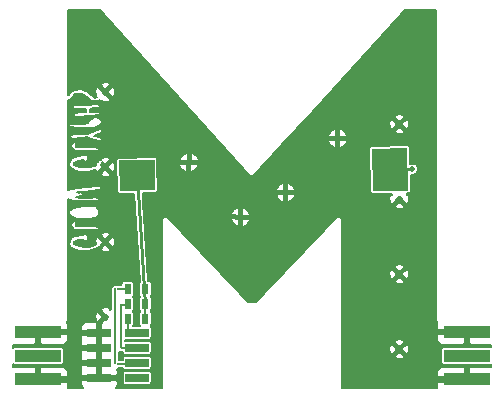
<source format=gbl>
G04 #@! TF.FileFunction,Copper,L2,Bot,Signal*
%FSLAX46Y46*%
G04 Gerber Fmt 4.6, Leading zero omitted, Abs format (unit mm)*
G04 Created by KiCad (PCBNEW 4.0.0-rc2-stable) date 3/3/2016 3:46:00 PM*
%MOMM*%
G01*
G04 APERTURE LIST*
%ADD10C,0.150000*%
%ADD11C,0.500000*%
%ADD12R,4.000000X1.000000*%
%ADD13C,0.600000*%
%ADD14R,2.000000X0.760000*%
%ADD15R,2.000000X0.740000*%
%ADD16R,0.600000X0.900000*%
%ADD17R,0.200000X0.900000*%
%ADD18R,0.200000X3.800000*%
%ADD19R,0.200000X6.500000*%
%ADD20R,0.400000X0.200000*%
%ADD21R,0.800000X0.200000*%
%ADD22R,0.200000X2.000000*%
%ADD23C,0.254000*%
%ADD24C,0.152400*%
G04 APERTURE END LIST*
D10*
D11*
X70010227Y-34371911D03*
X74401467Y-29784560D03*
X79626390Y-28600429D03*
X79626390Y-34951694D03*
X79626390Y-41302962D03*
X79626390Y-47654224D03*
X54727785Y-44919957D03*
X54727785Y-38568703D03*
X54727785Y-32217458D03*
X54727785Y-25866206D03*
X61816111Y-31819673D03*
X66180937Y-36453813D03*
D12*
X49020844Y-46192207D03*
X49020844Y-48192207D03*
X49020844Y-50192207D03*
D13*
X50020844Y-46192207D03*
X50020844Y-48192207D03*
X50020844Y-50192207D03*
D12*
X85363190Y-50192207D03*
X85363190Y-48192207D03*
X85363190Y-46192207D03*
D13*
X84363190Y-50192207D03*
X84363190Y-48192207D03*
X84363190Y-46192207D03*
D10*
G36*
X55907326Y-31645879D02*
X58906570Y-31578559D01*
X58964914Y-34177905D01*
X55965670Y-34245225D01*
X55907326Y-31645879D01*
X55907326Y-31645879D01*
G37*
G36*
X77290718Y-30665791D02*
X80289962Y-30598471D01*
X80370746Y-34197565D01*
X77371502Y-34264885D01*
X77290718Y-30665791D01*
X77290718Y-30665791D01*
G37*
D11*
X80730253Y-32389042D03*
D14*
X54227785Y-46250647D03*
X54227785Y-47520647D03*
X54227785Y-48790647D03*
X54227785Y-50060647D03*
X57427785Y-46250647D03*
X57427785Y-47520647D03*
X57427785Y-48790647D03*
D15*
X57427785Y-50060647D03*
D16*
X58127785Y-45055647D03*
X56627785Y-45055647D03*
X56627785Y-43805647D03*
X58127785Y-43805647D03*
X58127785Y-42555647D03*
X56627785Y-42555647D03*
D17*
X56677785Y-45705647D03*
D18*
X56027785Y-45705647D03*
D19*
X55577785Y-45705647D03*
D20*
X56227785Y-43905647D03*
X56227785Y-47505647D03*
D21*
X56027785Y-48855647D03*
X56027785Y-42555647D03*
D22*
X58127785Y-43855647D03*
D23*
X78830000Y-32430000D02*
X80730000Y-32390000D01*
X78830000Y-32430000D02*
X80730000Y-32390000D01*
X78830000Y-32430000D02*
X80730000Y-32390000D01*
X78830000Y-32430000D02*
X80730000Y-32390000D01*
X78830000Y-32430000D02*
X80730000Y-32390000D01*
X78830000Y-32430000D02*
X80730000Y-32390000D01*
X78830000Y-32430000D02*
X80730000Y-32390000D01*
X78830000Y-32430000D02*
X80730000Y-32390000D01*
X78830000Y-32430000D02*
X80730000Y-32390000D01*
X57440000Y-32910000D02*
X58130000Y-43860000D01*
X57440000Y-32910000D02*
X58130000Y-43860000D01*
X57440000Y-32910000D02*
X58130000Y-43860000D01*
X57440000Y-32910000D02*
X58130000Y-43860000D01*
X57440000Y-32910000D02*
X58130000Y-43860000D01*
X57440000Y-32910000D02*
X58130000Y-43860000D01*
X57440000Y-32910000D02*
X58130000Y-43860000D01*
X57440000Y-32910000D02*
X58130000Y-43860000D01*
X57440000Y-32910000D02*
X58130000Y-43860000D01*
D24*
G36*
X66883123Y-32896601D02*
X66893785Y-32904548D01*
X66901638Y-32915274D01*
X66937051Y-32936797D01*
X66970280Y-32961565D01*
X66983169Y-32964826D01*
X66994531Y-32971732D01*
X67035485Y-32978065D01*
X67075662Y-32988231D01*
X67088820Y-32986312D01*
X67101958Y-32988343D01*
X67142217Y-32978522D01*
X67183228Y-32972539D01*
X67194648Y-32965731D01*
X67207565Y-32962580D01*
X67241001Y-32938099D01*
X67276601Y-32916877D01*
X67284548Y-32906215D01*
X67295274Y-32898362D01*
X69339111Y-30671021D01*
X77057699Y-30671021D01*
X77138483Y-34270115D01*
X77156320Y-34354450D01*
X77208119Y-34431112D01*
X77285663Y-34481581D01*
X77376732Y-34497904D01*
X78913946Y-34463400D01*
X78900296Y-34477050D01*
X78976523Y-34553277D01*
X78872284Y-34558313D01*
X78779146Y-34876841D01*
X78814994Y-35206765D01*
X78872284Y-35345075D01*
X79047754Y-35353553D01*
X79449613Y-34951694D01*
X79398136Y-34900217D01*
X79574913Y-34723440D01*
X79626390Y-34774917D01*
X79677868Y-34723440D01*
X79854645Y-34900217D01*
X79803167Y-34951694D01*
X80205026Y-35353553D01*
X80380496Y-35345075D01*
X80473634Y-35026547D01*
X80437786Y-34696623D01*
X80380496Y-34558313D01*
X80276257Y-34553277D01*
X80352484Y-34477050D01*
X80307554Y-34432120D01*
X80375976Y-34430584D01*
X80460311Y-34412747D01*
X80536973Y-34360948D01*
X80587442Y-34283404D01*
X80603765Y-34192335D01*
X80573459Y-32842155D01*
X80634636Y-32867558D01*
X80825035Y-32867725D01*
X81001004Y-32795016D01*
X81135753Y-32660501D01*
X81208769Y-32484659D01*
X81208936Y-32294260D01*
X81136227Y-32118291D01*
X81001712Y-31983542D01*
X80825870Y-31910526D01*
X80635471Y-31910359D01*
X80553307Y-31944309D01*
X80522981Y-30593241D01*
X80505144Y-30508906D01*
X80453345Y-30432244D01*
X80375801Y-30381775D01*
X80284732Y-30365452D01*
X77285488Y-30432772D01*
X77201153Y-30450609D01*
X77124491Y-30502408D01*
X77074022Y-30579952D01*
X77057699Y-30671021D01*
X69339111Y-30671021D01*
X69902279Y-30057290D01*
X73595835Y-30057290D01*
X73761529Y-30344832D01*
X74024648Y-30547077D01*
X74164176Y-30601333D01*
X74291638Y-30480439D01*
X74279227Y-29912260D01*
X73711047Y-29924671D01*
X73595835Y-30057290D01*
X69902279Y-30057290D01*
X70040370Y-29906800D01*
X74529167Y-29906800D01*
X74541578Y-30474980D01*
X74674197Y-30590192D01*
X74961739Y-30424498D01*
X75163984Y-30161379D01*
X75218240Y-30021851D01*
X75097346Y-29894389D01*
X74529167Y-29906800D01*
X70040370Y-29906800D01*
X70370282Y-29547269D01*
X73584694Y-29547269D01*
X73705588Y-29674731D01*
X74273767Y-29662320D01*
X74261356Y-29094140D01*
X74255073Y-29088681D01*
X74511296Y-29088681D01*
X74523707Y-29656860D01*
X75091887Y-29644449D01*
X75207099Y-29511830D01*
X75041405Y-29224288D01*
X74982571Y-29179065D01*
X79224531Y-29179065D01*
X79233009Y-29354535D01*
X79551537Y-29447673D01*
X79881461Y-29411825D01*
X80019771Y-29354535D01*
X80028249Y-29179065D01*
X79626390Y-28777206D01*
X79224531Y-29179065D01*
X74982571Y-29179065D01*
X74778286Y-29022043D01*
X74638758Y-28967787D01*
X74511296Y-29088681D01*
X74255073Y-29088681D01*
X74128737Y-28978928D01*
X73841195Y-29144622D01*
X73638950Y-29407741D01*
X73584694Y-29547269D01*
X70370282Y-29547269D01*
X71307801Y-28525576D01*
X78779146Y-28525576D01*
X78814994Y-28855500D01*
X78872284Y-28993810D01*
X79047754Y-29002288D01*
X79449613Y-28600429D01*
X79803167Y-28600429D01*
X80205026Y-29002288D01*
X80380496Y-28993810D01*
X80473634Y-28675282D01*
X80437786Y-28345358D01*
X80380496Y-28207048D01*
X80205026Y-28198570D01*
X79803167Y-28600429D01*
X79449613Y-28600429D01*
X79047754Y-28198570D01*
X78872284Y-28207048D01*
X78779146Y-28525576D01*
X71307801Y-28525576D01*
X71770079Y-28021793D01*
X79224531Y-28021793D01*
X79626390Y-28423652D01*
X80028249Y-28021793D01*
X80019771Y-27846323D01*
X79701243Y-27753185D01*
X79371319Y-27789033D01*
X79233009Y-27846323D01*
X79224531Y-28021793D01*
X71770079Y-28021793D01*
X80132471Y-18908600D01*
X82701400Y-18908600D01*
X82701400Y-45150000D01*
X82722607Y-45256616D01*
X82783000Y-45347000D01*
X82854153Y-45394543D01*
X82778990Y-45576002D01*
X82778990Y-45868357D01*
X82925040Y-46014407D01*
X83495270Y-46014407D01*
X83463778Y-46130540D01*
X83494572Y-46370007D01*
X82925040Y-46370007D01*
X82778990Y-46516057D01*
X82778990Y-46808412D01*
X82867929Y-47023130D01*
X83032268Y-47187468D01*
X83246986Y-47276407D01*
X85039340Y-47276407D01*
X85185390Y-47130357D01*
X85185390Y-46538605D01*
X85262602Y-46253874D01*
X85229236Y-45994407D01*
X85540990Y-45994407D01*
X85540990Y-46014407D01*
X85560990Y-46014407D01*
X85560990Y-46370007D01*
X85540990Y-46370007D01*
X85540990Y-47130357D01*
X85687040Y-47276407D01*
X87401400Y-47276407D01*
X87401400Y-47466867D01*
X87363190Y-47459129D01*
X83363190Y-47459129D01*
X83278476Y-47475069D01*
X83200672Y-47525135D01*
X83148475Y-47601527D01*
X83130112Y-47692207D01*
X83130112Y-48692207D01*
X83146052Y-48776921D01*
X83196118Y-48854725D01*
X83272510Y-48906922D01*
X83363190Y-48925285D01*
X87363190Y-48925285D01*
X87401400Y-48918095D01*
X87401400Y-49108007D01*
X85687040Y-49108007D01*
X85540990Y-49254057D01*
X85540990Y-50014407D01*
X85560990Y-50014407D01*
X85560990Y-50370007D01*
X85540990Y-50370007D01*
X85540990Y-50390007D01*
X85225686Y-50390007D01*
X85262602Y-50253874D01*
X85217737Y-49904990D01*
X85185390Y-49826897D01*
X85185390Y-49254057D01*
X85039340Y-49108007D01*
X83246986Y-49108007D01*
X83032268Y-49196946D01*
X82867929Y-49361284D01*
X82778990Y-49576002D01*
X82778990Y-49868357D01*
X82925040Y-50014407D01*
X83495270Y-50014407D01*
X83463778Y-50130540D01*
X83494572Y-50370007D01*
X82925040Y-50370007D01*
X82778990Y-50516057D01*
X82778990Y-50808412D01*
X82809223Y-50881400D01*
X74778600Y-50881400D01*
X74778600Y-48232860D01*
X79224531Y-48232860D01*
X79233009Y-48408330D01*
X79551537Y-48501468D01*
X79881461Y-48465620D01*
X80019771Y-48408330D01*
X80028249Y-48232860D01*
X79626390Y-47831001D01*
X79224531Y-48232860D01*
X74778600Y-48232860D01*
X74778600Y-47579371D01*
X78779146Y-47579371D01*
X78814994Y-47909295D01*
X78872284Y-48047605D01*
X79047754Y-48056083D01*
X79449613Y-47654224D01*
X79803167Y-47654224D01*
X80205026Y-48056083D01*
X80380496Y-48047605D01*
X80473634Y-47729077D01*
X80437786Y-47399153D01*
X80380496Y-47260843D01*
X80205026Y-47252365D01*
X79803167Y-47654224D01*
X79449613Y-47654224D01*
X79047754Y-47252365D01*
X78872284Y-47260843D01*
X78779146Y-47579371D01*
X74778600Y-47579371D01*
X74778600Y-47075588D01*
X79224531Y-47075588D01*
X79626390Y-47477447D01*
X80028249Y-47075588D01*
X80019771Y-46900118D01*
X79701243Y-46806980D01*
X79371319Y-46842828D01*
X79233009Y-46900118D01*
X79224531Y-47075588D01*
X74778600Y-47075588D01*
X74778600Y-41881598D01*
X79224531Y-41881598D01*
X79233009Y-42057068D01*
X79551537Y-42150206D01*
X79881461Y-42114358D01*
X80019771Y-42057068D01*
X80028249Y-41881598D01*
X79626390Y-41479739D01*
X79224531Y-41881598D01*
X74778600Y-41881598D01*
X74778600Y-41228109D01*
X78779146Y-41228109D01*
X78814994Y-41558033D01*
X78872284Y-41696343D01*
X79047754Y-41704821D01*
X79449613Y-41302962D01*
X79803167Y-41302962D01*
X80205026Y-41704821D01*
X80380496Y-41696343D01*
X80473634Y-41377815D01*
X80437786Y-41047891D01*
X80380496Y-40909581D01*
X80205026Y-40901103D01*
X79803167Y-41302962D01*
X79449613Y-41302962D01*
X79047754Y-40901103D01*
X78872284Y-40909581D01*
X78779146Y-41228109D01*
X74778600Y-41228109D01*
X74778600Y-40724326D01*
X79224531Y-40724326D01*
X79626390Y-41126185D01*
X80028249Y-40724326D01*
X80019771Y-40548856D01*
X79701243Y-40455718D01*
X79371319Y-40491566D01*
X79233009Y-40548856D01*
X79224531Y-40724326D01*
X74778600Y-40724326D01*
X74778600Y-36700000D01*
X74777975Y-36696856D01*
X74778529Y-36693697D01*
X74767392Y-36643655D01*
X74757393Y-36593384D01*
X74755612Y-36590718D01*
X74754915Y-36587588D01*
X74725482Y-36545626D01*
X74697000Y-36503000D01*
X74694333Y-36501218D01*
X74692492Y-36498593D01*
X74649229Y-36471080D01*
X74606616Y-36442607D01*
X74603472Y-36441982D01*
X74600765Y-36440260D01*
X74550253Y-36431396D01*
X74500000Y-36421400D01*
X74496856Y-36422025D01*
X74493697Y-36421471D01*
X74443655Y-36432608D01*
X74393384Y-36442607D01*
X74390718Y-36444388D01*
X74387588Y-36445085D01*
X74345626Y-36474518D01*
X74303000Y-36503000D01*
X74301218Y-36505667D01*
X74298593Y-36507508D01*
X67470890Y-43651400D01*
X66789708Y-43651400D01*
X60179342Y-36684498D01*
X65362274Y-36684498D01*
X65512870Y-36980227D01*
X65765174Y-37195814D01*
X65901708Y-37257216D01*
X66026503Y-37150557D01*
X66285142Y-37150557D01*
X66411622Y-37272476D01*
X66707351Y-37121880D01*
X66922938Y-36869576D01*
X66984340Y-36733042D01*
X66870203Y-36599497D01*
X66302142Y-36582496D01*
X66285142Y-37150557D01*
X66026503Y-37150557D01*
X66035253Y-37143079D01*
X66052254Y-36575018D01*
X65484193Y-36558018D01*
X65362274Y-36684498D01*
X60179342Y-36684498D01*
X60012103Y-36508239D01*
X60009066Y-36506093D01*
X60007000Y-36503000D01*
X59964786Y-36474794D01*
X59923335Y-36445494D01*
X59919708Y-36444673D01*
X59916616Y-36442607D01*
X59866827Y-36432704D01*
X59817313Y-36421496D01*
X59813648Y-36422126D01*
X59810000Y-36421400D01*
X59760210Y-36431304D01*
X59710178Y-36439897D01*
X59707033Y-36441881D01*
X59703384Y-36442607D01*
X59661165Y-36470817D01*
X59618239Y-36497897D01*
X59616093Y-36500934D01*
X59613000Y-36503000D01*
X59584794Y-36545214D01*
X59555494Y-36586665D01*
X59554673Y-36590292D01*
X59552607Y-36593384D01*
X59542704Y-36643173D01*
X59531496Y-36692687D01*
X59532126Y-36696352D01*
X59531400Y-36700000D01*
X59531400Y-50881400D01*
X55613215Y-50881400D01*
X55723046Y-50771570D01*
X55811985Y-50556852D01*
X55811985Y-50384497D01*
X55665935Y-50238447D01*
X54405585Y-50238447D01*
X54405585Y-50258447D01*
X54049985Y-50258447D01*
X54049985Y-50238447D01*
X52789635Y-50238447D01*
X52643585Y-50384497D01*
X52643585Y-50556852D01*
X52732524Y-50771570D01*
X52842355Y-50881400D01*
X51574811Y-50881400D01*
X51605044Y-50808412D01*
X51605044Y-50516057D01*
X51458994Y-50370007D01*
X50888764Y-50370007D01*
X50920256Y-50253874D01*
X50889462Y-50014407D01*
X51458994Y-50014407D01*
X51605044Y-49868357D01*
X51605044Y-49576002D01*
X51516105Y-49361284D01*
X51351766Y-49196946D01*
X51152717Y-49114497D01*
X52643585Y-49114497D01*
X52643585Y-49286852D01*
X52701076Y-49425647D01*
X52643585Y-49564442D01*
X52643585Y-49736797D01*
X52789635Y-49882847D01*
X54049985Y-49882847D01*
X54049985Y-48968447D01*
X52789635Y-48968447D01*
X52643585Y-49114497D01*
X51152717Y-49114497D01*
X51137048Y-49108007D01*
X49344694Y-49108007D01*
X49198644Y-49254057D01*
X49198644Y-49845809D01*
X49121432Y-50130540D01*
X49154798Y-50390007D01*
X48843044Y-50390007D01*
X48843044Y-50370007D01*
X48823044Y-50370007D01*
X48823044Y-50014407D01*
X48843044Y-50014407D01*
X48843044Y-49254057D01*
X48696994Y-49108007D01*
X46908600Y-49108007D01*
X46908600Y-48892188D01*
X46930164Y-48906922D01*
X47020844Y-48925285D01*
X51020844Y-48925285D01*
X51105558Y-48909345D01*
X51183362Y-48859279D01*
X51235559Y-48782887D01*
X51253922Y-48692207D01*
X51253922Y-47844497D01*
X52643585Y-47844497D01*
X52643585Y-48016852D01*
X52701076Y-48155647D01*
X52643585Y-48294442D01*
X52643585Y-48466797D01*
X52789635Y-48612847D01*
X54049985Y-48612847D01*
X54049985Y-47698447D01*
X52789635Y-47698447D01*
X52643585Y-47844497D01*
X51253922Y-47844497D01*
X51253922Y-47692207D01*
X51237982Y-47607493D01*
X51187916Y-47529689D01*
X51111524Y-47477492D01*
X51020844Y-47459129D01*
X47020844Y-47459129D01*
X46936130Y-47475069D01*
X46908600Y-47492784D01*
X46908600Y-47276407D01*
X48696994Y-47276407D01*
X48843044Y-47130357D01*
X48843044Y-46370007D01*
X48823044Y-46370007D01*
X48823044Y-46014407D01*
X48843044Y-46014407D01*
X48843044Y-45994407D01*
X49158348Y-45994407D01*
X49121432Y-46130540D01*
X49166297Y-46479424D01*
X49198644Y-46557517D01*
X49198644Y-47130357D01*
X49344694Y-47276407D01*
X51137048Y-47276407D01*
X51351766Y-47187468D01*
X51516105Y-47023130D01*
X51605044Y-46808412D01*
X51605044Y-46574497D01*
X52643585Y-46574497D01*
X52643585Y-46746852D01*
X52701076Y-46885647D01*
X52643585Y-47024442D01*
X52643585Y-47196797D01*
X52789635Y-47342847D01*
X54049985Y-47342847D01*
X54049985Y-46428447D01*
X52789635Y-46428447D01*
X52643585Y-46574497D01*
X51605044Y-46574497D01*
X51605044Y-46516057D01*
X51458994Y-46370007D01*
X50888764Y-46370007D01*
X50920256Y-46253874D01*
X50889462Y-46014407D01*
X51458994Y-46014407D01*
X51605044Y-45868357D01*
X51605044Y-45754442D01*
X52643585Y-45754442D01*
X52643585Y-45926797D01*
X52789635Y-46072847D01*
X54049985Y-46072847D01*
X54049985Y-45432497D01*
X53903935Y-45286447D01*
X53111581Y-45286447D01*
X52896863Y-45375386D01*
X52732524Y-45539724D01*
X52643585Y-45754442D01*
X51605044Y-45754442D01*
X51605044Y-45576002D01*
X51516105Y-45361284D01*
X51511906Y-45357085D01*
X51527000Y-45347000D01*
X51587393Y-45256616D01*
X51608600Y-45150000D01*
X51608600Y-44845104D01*
X53880541Y-44845104D01*
X53916389Y-45175028D01*
X53973679Y-45313338D01*
X54149149Y-45321816D01*
X54551008Y-44919957D01*
X54149149Y-44518098D01*
X53973679Y-44526576D01*
X53880541Y-44845104D01*
X51608600Y-44845104D01*
X51608600Y-44341321D01*
X54325926Y-44341321D01*
X54727785Y-44743180D01*
X54779263Y-44691703D01*
X54956040Y-44868480D01*
X54904562Y-44919957D01*
X54956040Y-44971435D01*
X54779263Y-45148212D01*
X54727785Y-45096734D01*
X54325926Y-45498593D01*
X54334404Y-45674063D01*
X54405585Y-45694876D01*
X54405585Y-46072847D01*
X54425585Y-46072847D01*
X54425585Y-46428447D01*
X54405585Y-46428447D01*
X54405585Y-47342847D01*
X54425585Y-47342847D01*
X54425585Y-47698447D01*
X54405585Y-47698447D01*
X54405585Y-48612847D01*
X54425585Y-48612847D01*
X54425585Y-48968447D01*
X54405585Y-48968447D01*
X54405585Y-49882847D01*
X55665935Y-49882847D01*
X55811985Y-49736797D01*
X55811985Y-49690647D01*
X56194707Y-49690647D01*
X56194707Y-50430647D01*
X56210647Y-50515361D01*
X56260713Y-50593165D01*
X56337105Y-50645362D01*
X56427785Y-50663725D01*
X58427785Y-50663725D01*
X58512499Y-50647785D01*
X58590303Y-50597719D01*
X58642500Y-50521327D01*
X58660863Y-50430647D01*
X58660863Y-49690647D01*
X58644923Y-49605933D01*
X58594857Y-49528129D01*
X58518465Y-49475932D01*
X58427785Y-49457569D01*
X56427785Y-49457569D01*
X56343071Y-49473509D01*
X56265267Y-49523575D01*
X56213070Y-49599967D01*
X56194707Y-49690647D01*
X55811985Y-49690647D01*
X55811985Y-49564442D01*
X55754494Y-49425647D01*
X55811985Y-49286852D01*
X55811985Y-49188725D01*
X56198109Y-49188725D01*
X56210647Y-49255361D01*
X56260713Y-49333165D01*
X56337105Y-49385362D01*
X56427785Y-49403725D01*
X58427785Y-49403725D01*
X58512499Y-49387785D01*
X58590303Y-49337719D01*
X58642500Y-49261327D01*
X58660863Y-49170647D01*
X58660863Y-48410647D01*
X58644923Y-48325933D01*
X58594857Y-48248129D01*
X58518465Y-48195932D01*
X58427785Y-48177569D01*
X56427785Y-48177569D01*
X56343071Y-48193509D01*
X56265267Y-48243575D01*
X56213070Y-48319967D01*
X56194707Y-48410647D01*
X56194707Y-48522569D01*
X55910863Y-48522569D01*
X55910863Y-47835298D01*
X55927785Y-47838725D01*
X56194707Y-47838725D01*
X56194707Y-47900647D01*
X56210647Y-47985361D01*
X56260713Y-48063165D01*
X56337105Y-48115362D01*
X56427785Y-48133725D01*
X58427785Y-48133725D01*
X58512499Y-48117785D01*
X58590303Y-48067719D01*
X58642500Y-47991327D01*
X58660863Y-47900647D01*
X58660863Y-47140647D01*
X58644923Y-47055933D01*
X58594857Y-46978129D01*
X58518465Y-46925932D01*
X58427785Y-46907569D01*
X56427785Y-46907569D01*
X56360863Y-46920161D01*
X56360863Y-46850173D01*
X56427785Y-46863725D01*
X58427785Y-46863725D01*
X58512499Y-46847785D01*
X58590303Y-46797719D01*
X58642500Y-46721327D01*
X58660863Y-46630647D01*
X58660863Y-45870647D01*
X58644923Y-45785933D01*
X58594857Y-45708129D01*
X58565959Y-45688384D01*
X58590303Y-45672719D01*
X58642500Y-45596327D01*
X58660863Y-45505647D01*
X58660863Y-44605647D01*
X58644923Y-44520933D01*
X58594857Y-44443129D01*
X58577265Y-44431109D01*
X58590303Y-44422719D01*
X58642500Y-44346327D01*
X58660863Y-44255647D01*
X58660863Y-43355647D01*
X58644923Y-43270933D01*
X58594857Y-43193129D01*
X58577265Y-43181109D01*
X58590303Y-43172719D01*
X58642500Y-43096327D01*
X58660863Y-43005647D01*
X58660863Y-42105647D01*
X58644923Y-42020933D01*
X58594857Y-41943129D01*
X58518465Y-41890932D01*
X58427785Y-41872569D01*
X58361070Y-41872569D01*
X58011977Y-36332608D01*
X66309620Y-36332608D01*
X66877681Y-36349608D01*
X66999600Y-36223128D01*
X66849004Y-35927399D01*
X66596700Y-35711812D01*
X66460166Y-35650410D01*
X66326621Y-35764547D01*
X66309620Y-36332608D01*
X58011977Y-36332608D01*
X58002019Y-36174584D01*
X65377534Y-36174584D01*
X65491671Y-36308129D01*
X66059732Y-36325130D01*
X66076732Y-35757069D01*
X65950252Y-35635150D01*
X65654523Y-35785746D01*
X65438936Y-36038050D01*
X65377534Y-36174584D01*
X58002019Y-36174584D01*
X57961423Y-35530330D01*
X79224531Y-35530330D01*
X79233009Y-35705800D01*
X79551537Y-35798938D01*
X79881461Y-35763090D01*
X80019771Y-35705800D01*
X80028249Y-35530330D01*
X79626390Y-35128471D01*
X79224531Y-35530330D01*
X57961423Y-35530330D01*
X57905612Y-34644641D01*
X69204595Y-34644641D01*
X69370289Y-34932183D01*
X69633408Y-35134428D01*
X69772936Y-35188684D01*
X69900398Y-35067790D01*
X69887987Y-34499611D01*
X69319807Y-34512022D01*
X69204595Y-34644641D01*
X57905612Y-34644641D01*
X57896129Y-34494151D01*
X70137927Y-34494151D01*
X70150338Y-35062331D01*
X70282957Y-35177543D01*
X70570499Y-35011849D01*
X70772744Y-34748730D01*
X70827000Y-34609202D01*
X70706106Y-34481740D01*
X70137927Y-34494151D01*
X57896129Y-34494151D01*
X57892408Y-34435114D01*
X58970144Y-34410924D01*
X59054479Y-34393087D01*
X59131141Y-34341288D01*
X59181610Y-34263744D01*
X59197933Y-34172675D01*
X59197079Y-34134620D01*
X69193454Y-34134620D01*
X69314348Y-34262082D01*
X69882527Y-34249671D01*
X69870116Y-33681491D01*
X69863833Y-33676032D01*
X70120056Y-33676032D01*
X70132467Y-34244211D01*
X70700647Y-34231800D01*
X70815859Y-34099181D01*
X70650165Y-33811639D01*
X70387046Y-33609394D01*
X70247518Y-33555138D01*
X70120056Y-33676032D01*
X69863833Y-33676032D01*
X69737497Y-33566279D01*
X69449955Y-33731973D01*
X69247710Y-33995092D01*
X69193454Y-34134620D01*
X59197079Y-34134620D01*
X59150297Y-32050358D01*
X60997448Y-32050358D01*
X61148044Y-32346087D01*
X61400348Y-32561674D01*
X61536882Y-32623076D01*
X61661677Y-32516417D01*
X61920316Y-32516417D01*
X62046796Y-32638336D01*
X62342525Y-32487740D01*
X62558112Y-32235436D01*
X62619514Y-32098902D01*
X62505377Y-31965357D01*
X61937316Y-31948356D01*
X61920316Y-32516417D01*
X61661677Y-32516417D01*
X61670427Y-32508939D01*
X61687428Y-31940878D01*
X61119367Y-31923878D01*
X60997448Y-32050358D01*
X59150297Y-32050358D01*
X59142399Y-31698468D01*
X61944794Y-31698468D01*
X62512855Y-31715468D01*
X62634774Y-31588988D01*
X62484178Y-31293259D01*
X62231874Y-31077672D01*
X62095340Y-31016270D01*
X61961795Y-31130407D01*
X61944794Y-31698468D01*
X59142399Y-31698468D01*
X59139589Y-31573329D01*
X59132634Y-31540444D01*
X61012708Y-31540444D01*
X61126845Y-31673989D01*
X61694906Y-31690990D01*
X61711906Y-31122929D01*
X61585426Y-31001010D01*
X61289697Y-31151606D01*
X61074110Y-31403910D01*
X61012708Y-31540444D01*
X59132634Y-31540444D01*
X59121752Y-31488994D01*
X59069953Y-31412332D01*
X58992409Y-31361863D01*
X58901340Y-31345540D01*
X55902096Y-31412860D01*
X55817761Y-31430697D01*
X55741099Y-31482496D01*
X55690630Y-31560040D01*
X55674307Y-31651109D01*
X55732651Y-34250455D01*
X55750488Y-34334790D01*
X55802287Y-34411452D01*
X55879831Y-34461921D01*
X55970900Y-34478244D01*
X57180804Y-34451087D01*
X57653687Y-41955523D01*
X57613070Y-42014967D01*
X57594707Y-42105647D01*
X57594707Y-43005647D01*
X57610647Y-43090361D01*
X57660713Y-43168165D01*
X57678305Y-43180185D01*
X57665267Y-43188575D01*
X57613070Y-43264967D01*
X57594707Y-43355647D01*
X57594707Y-44255647D01*
X57610647Y-44340361D01*
X57660713Y-44418165D01*
X57678305Y-44430185D01*
X57665267Y-44438575D01*
X57613070Y-44514967D01*
X57594707Y-44605647D01*
X57594707Y-45505647D01*
X57610647Y-45590361D01*
X57641025Y-45637569D01*
X57114320Y-45637569D01*
X57142500Y-45596327D01*
X57160863Y-45505647D01*
X57160863Y-44605647D01*
X57144923Y-44520933D01*
X57094857Y-44443129D01*
X57077265Y-44431109D01*
X57090303Y-44422719D01*
X57142500Y-44346327D01*
X57160863Y-44255647D01*
X57160863Y-43355647D01*
X57144923Y-43270933D01*
X57094857Y-43193129D01*
X57077265Y-43181109D01*
X57090303Y-43172719D01*
X57142500Y-43096327D01*
X57160863Y-43005647D01*
X57160863Y-42105647D01*
X57144923Y-42020933D01*
X57094857Y-41943129D01*
X57018465Y-41890932D01*
X56927785Y-41872569D01*
X56327785Y-41872569D01*
X56243071Y-41888509D01*
X56165267Y-41938575D01*
X56113070Y-42014967D01*
X56094707Y-42105647D01*
X56094707Y-42222569D01*
X55477785Y-42222569D01*
X55393071Y-42238509D01*
X55315267Y-42288575D01*
X55263070Y-42364967D01*
X55244707Y-42455647D01*
X55244707Y-44236141D01*
X55202429Y-44193863D01*
X55126202Y-44270090D01*
X55121166Y-44165851D01*
X54802638Y-44072713D01*
X54472714Y-44108561D01*
X54334404Y-44165851D01*
X54325926Y-44341321D01*
X51608600Y-44341321D01*
X51608600Y-38696328D01*
X51684063Y-38696328D01*
X51694063Y-38816328D01*
X51709851Y-38856782D01*
X51849851Y-39036782D01*
X51874992Y-39057682D01*
X52164992Y-39207682D01*
X52181115Y-39213823D01*
X52611115Y-39323823D01*
X52621585Y-39325734D01*
X52891585Y-39355734D01*
X52900000Y-39356200D01*
X52930000Y-39356200D01*
X52938652Y-39355707D01*
X53288652Y-39315707D01*
X53297835Y-39314083D01*
X53837835Y-39184083D01*
X53857006Y-39176611D01*
X53909695Y-39147339D01*
X54325926Y-39147339D01*
X54334404Y-39322809D01*
X54652932Y-39415947D01*
X54982856Y-39380099D01*
X55121166Y-39322809D01*
X55129644Y-39147339D01*
X54727785Y-38745480D01*
X54325926Y-39147339D01*
X53909695Y-39147339D01*
X54217006Y-38976611D01*
X54241523Y-38954959D01*
X54431523Y-38694959D01*
X54435354Y-38684357D01*
X54551008Y-38568703D01*
X54904562Y-38568703D01*
X55306421Y-38970562D01*
X55481891Y-38962084D01*
X55575029Y-38643556D01*
X55539181Y-38313632D01*
X55481891Y-38175322D01*
X55306421Y-38166844D01*
X54904562Y-38568703D01*
X54551008Y-38568703D01*
X54452039Y-38469734D01*
X54450750Y-38461700D01*
X54430750Y-38411700D01*
X54405720Y-38379040D01*
X54325720Y-38319040D01*
X54292775Y-38304878D01*
X54287353Y-38305048D01*
X54149149Y-38166844D01*
X53973679Y-38175322D01*
X53880541Y-38493850D01*
X53908386Y-38750116D01*
X53835771Y-38800947D01*
X53356870Y-38954195D01*
X53068721Y-38963800D01*
X52934111Y-38963800D01*
X52574384Y-38924911D01*
X52232794Y-38830024D01*
X52126886Y-38756704D01*
X52116200Y-38738893D01*
X52116200Y-38587913D01*
X52194763Y-38495065D01*
X52564269Y-38365739D01*
X52831348Y-38356200D01*
X52868436Y-38356200D01*
X52986118Y-38473882D01*
X53010354Y-38490197D01*
X53040000Y-38496200D01*
X53070000Y-38496200D01*
X53098300Y-38490750D01*
X53148300Y-38470750D01*
X53166965Y-38460006D01*
X53186611Y-38437006D01*
X53236611Y-38347006D01*
X53246200Y-38310000D01*
X53246200Y-38060000D01*
X53244508Y-38044032D01*
X53232425Y-38016302D01*
X53214061Y-37990067D01*
X54325926Y-37990067D01*
X54727785Y-38391926D01*
X55129644Y-37990067D01*
X55121166Y-37814597D01*
X54802638Y-37721459D01*
X54472714Y-37757307D01*
X54334404Y-37814597D01*
X54325926Y-37990067D01*
X53214061Y-37990067D01*
X53162425Y-37916302D01*
X53150323Y-37902781D01*
X53124097Y-37887710D01*
X53064097Y-37867710D01*
X53019950Y-37866485D01*
X52803175Y-37925605D01*
X52196477Y-38035010D01*
X52177239Y-38041202D01*
X51967239Y-38141202D01*
X51939292Y-38163946D01*
X51719292Y-38453946D01*
X51704219Y-38492023D01*
X51684219Y-38682023D01*
X51684063Y-38696328D01*
X51608600Y-38696328D01*
X51608600Y-37098903D01*
X51854322Y-37098903D01*
X51874322Y-37268903D01*
X51879401Y-37288673D01*
X51896118Y-37313882D01*
X52086118Y-37503882D01*
X52102355Y-37516252D01*
X52131097Y-37525678D01*
X52301097Y-37545678D01*
X52304817Y-37546023D01*
X52744817Y-37576023D01*
X52750000Y-37576200D01*
X54070000Y-37576200D01*
X54082527Y-37575163D01*
X54142527Y-37565163D01*
X54171388Y-37553980D01*
X54193019Y-37532837D01*
X54204720Y-37504944D01*
X54214720Y-37454944D01*
X54216200Y-37440000D01*
X54216200Y-37400000D01*
X54205341Y-37360795D01*
X54175341Y-37310795D01*
X54150445Y-37285420D01*
X54122134Y-37274772D01*
X53812134Y-37224772D01*
X53800000Y-37223800D01*
X52524338Y-37223800D01*
X52246200Y-37192013D01*
X52246200Y-37166305D01*
X52285163Y-36932527D01*
X52285216Y-36907795D01*
X52274542Y-36879494D01*
X52253698Y-36857575D01*
X52153698Y-36787575D01*
X52131063Y-36776769D01*
X52100913Y-36774344D01*
X52072194Y-36783840D01*
X52002194Y-36823840D01*
X51973232Y-36853278D01*
X51863232Y-37053278D01*
X51856820Y-37068759D01*
X51854322Y-37098903D01*
X51608600Y-37098903D01*
X51608600Y-36000000D01*
X51683800Y-36000000D01*
X51683800Y-36110000D01*
X51684249Y-36116305D01*
X51684566Y-36120776D01*
X51694566Y-36190776D01*
X51711830Y-36229221D01*
X51821830Y-36359221D01*
X51837732Y-36373402D01*
X51927732Y-36433402D01*
X51967895Y-36446171D01*
X51997695Y-36440989D01*
X52016120Y-36429133D01*
X52023034Y-36456359D01*
X52042456Y-36479548D01*
X52069369Y-36493354D01*
X52389369Y-36583354D01*
X52403800Y-36585947D01*
X52893800Y-36625947D01*
X52901621Y-36626183D01*
X53371621Y-36616183D01*
X53389540Y-36613652D01*
X53879540Y-36483652D01*
X53902268Y-36473402D01*
X54112268Y-36333402D01*
X54130149Y-36316782D01*
X54200149Y-36226782D01*
X54210197Y-36209646D01*
X54216200Y-36180000D01*
X54216200Y-35930000D01*
X54212290Y-35905903D01*
X54162290Y-35755903D01*
X54139590Y-35722145D01*
X53929590Y-35542145D01*
X53914250Y-35531931D01*
X53885069Y-35523969D01*
X53735069Y-35513969D01*
X53730000Y-35513800D01*
X52890000Y-35513800D01*
X52880351Y-35514413D01*
X52410351Y-35574413D01*
X52399066Y-35576732D01*
X52049066Y-35676732D01*
X52029614Y-35685383D01*
X51789614Y-35835383D01*
X51767575Y-35856302D01*
X51697575Y-35956302D01*
X51689803Y-35970354D01*
X51683800Y-36000000D01*
X51608600Y-36000000D01*
X51608600Y-34942678D01*
X51632194Y-34956160D01*
X51654142Y-34964532D01*
X52124142Y-35064532D01*
X52134156Y-35065976D01*
X52654156Y-35105976D01*
X52660000Y-35106200D01*
X53800000Y-35106200D01*
X53806698Y-35105905D01*
X54146698Y-35075905D01*
X54167695Y-35070989D01*
X54193132Y-35054621D01*
X54210197Y-35029646D01*
X54216200Y-35000000D01*
X54216200Y-34890000D01*
X54210989Y-34862305D01*
X54194621Y-34836868D01*
X54169646Y-34819803D01*
X54140000Y-34813800D01*
X54047988Y-34813800D01*
X54004078Y-34791845D01*
X53965773Y-34783917D01*
X53427879Y-34813800D01*
X53000869Y-34813800D01*
X52575695Y-34803912D01*
X52235474Y-34760786D01*
X52287224Y-34755857D01*
X52293631Y-34754971D01*
X52733631Y-34674971D01*
X52756295Y-34667001D01*
X52779502Y-34647602D01*
X52819502Y-34597602D01*
X52830197Y-34579646D01*
X52836200Y-34550000D01*
X52836200Y-34510000D01*
X52830750Y-34481700D01*
X52810750Y-34431700D01*
X52794364Y-34406606D01*
X52769308Y-34389662D01*
X52649308Y-34339662D01*
X52631736Y-34334709D01*
X52601519Y-34336075D01*
X52561519Y-34346075D01*
X52545922Y-34351845D01*
X52507820Y-34370896D01*
X52327236Y-34342107D01*
X52956777Y-34285898D01*
X52959829Y-34285563D01*
X54189829Y-34125563D01*
X54214078Y-34118155D01*
X54314078Y-34068155D01*
X54333132Y-34054621D01*
X54350197Y-34029646D01*
X54356200Y-34000000D01*
X54356200Y-33930000D01*
X54352290Y-33905903D01*
X54332290Y-33845903D01*
X54323980Y-33828612D01*
X54302837Y-33806981D01*
X54274944Y-33795280D01*
X54224944Y-33785280D01*
X54202541Y-33784166D01*
X52982541Y-33904166D01*
X52980204Y-33904432D01*
X51900204Y-34044432D01*
X51892047Y-34045945D01*
X51608600Y-34114659D01*
X51608600Y-32796094D01*
X54325926Y-32796094D01*
X54334404Y-32971564D01*
X54652932Y-33064702D01*
X54982856Y-33028854D01*
X55121166Y-32971564D01*
X55129644Y-32796094D01*
X54727785Y-32394235D01*
X54325926Y-32796094D01*
X51608600Y-32796094D01*
X51608600Y-31986899D01*
X51684113Y-31986899D01*
X51694113Y-32096899D01*
X51708655Y-32135202D01*
X51848655Y-32325202D01*
X51874992Y-32347682D01*
X52164992Y-32497682D01*
X52182740Y-32504219D01*
X52612740Y-32604219D01*
X52618833Y-32605377D01*
X52888833Y-32645377D01*
X52900000Y-32646200D01*
X52930000Y-32646200D01*
X52938652Y-32645707D01*
X53288652Y-32605707D01*
X53297835Y-32604083D01*
X53837835Y-32474083D01*
X53857006Y-32466611D01*
X53912402Y-32435835D01*
X53916389Y-32472529D01*
X53973679Y-32610839D01*
X54149149Y-32619317D01*
X54551008Y-32217458D01*
X54904562Y-32217458D01*
X55306421Y-32619317D01*
X55481891Y-32610839D01*
X55575029Y-32292311D01*
X55539181Y-31962387D01*
X55481891Y-31824077D01*
X55306421Y-31815599D01*
X54904562Y-32217458D01*
X54551008Y-32217458D01*
X54383806Y-32050256D01*
X54431523Y-31984959D01*
X54446069Y-31944475D01*
X54456069Y-31774475D01*
X54455002Y-31767898D01*
X54727785Y-32040681D01*
X55129644Y-31638822D01*
X55121166Y-31463352D01*
X54802638Y-31370214D01*
X54472714Y-31406062D01*
X54334404Y-31463352D01*
X54327332Y-31609724D01*
X54320386Y-31605383D01*
X54293741Y-31595049D01*
X54263498Y-31595608D01*
X54235856Y-31607889D01*
X54215169Y-31629957D01*
X54099012Y-31818021D01*
X53973679Y-31824077D01*
X53912662Y-32032754D01*
X53835122Y-32090909D01*
X53357579Y-32234171D01*
X53068721Y-32243800D01*
X52934111Y-32243800D01*
X52573396Y-32204804D01*
X52231955Y-32119443D01*
X52126886Y-32046704D01*
X52116200Y-32028893D01*
X52116200Y-31869640D01*
X52193237Y-31785599D01*
X52564269Y-31655739D01*
X52831348Y-31646200D01*
X52870077Y-31646200D01*
X52988150Y-31755839D01*
X53010354Y-31770197D01*
X53040000Y-31776200D01*
X53070000Y-31776200D01*
X53084944Y-31774720D01*
X53134944Y-31764720D01*
X53166965Y-31750006D01*
X53186611Y-31727006D01*
X53236611Y-31637006D01*
X53246200Y-31600000D01*
X53246200Y-31350000D01*
X53234287Y-31309090D01*
X53164287Y-31199090D01*
X53150323Y-31182781D01*
X53124097Y-31167710D01*
X53064097Y-31147710D01*
X53046967Y-31144119D01*
X53016896Y-31147387D01*
X52802188Y-31215703D01*
X52197673Y-31314804D01*
X52177239Y-31321202D01*
X51967239Y-31421202D01*
X51939292Y-31443946D01*
X51719292Y-31733946D01*
X51704178Y-31772418D01*
X51684178Y-31972418D01*
X51684113Y-31986899D01*
X51608600Y-31986899D01*
X51608600Y-30388903D01*
X51854322Y-30388903D01*
X51874322Y-30558903D01*
X51879401Y-30578673D01*
X51896118Y-30603882D01*
X52086118Y-30793882D01*
X52102355Y-30806252D01*
X52131097Y-30815678D01*
X52301097Y-30835678D01*
X52306540Y-30836121D01*
X52746540Y-30856121D01*
X52748445Y-30856184D01*
X53238445Y-30866184D01*
X53240000Y-30866200D01*
X54070000Y-30866200D01*
X54094097Y-30862290D01*
X54154097Y-30842290D01*
X54171388Y-30833980D01*
X54193019Y-30812837D01*
X54204720Y-30784944D01*
X54214720Y-30734944D01*
X54216200Y-30720000D01*
X54216200Y-30690000D01*
X54205341Y-30650795D01*
X54175341Y-30600795D01*
X54150445Y-30575420D01*
X54122134Y-30564772D01*
X53812134Y-30514772D01*
X53802720Y-30513849D01*
X53522720Y-30503849D01*
X53520000Y-30503800D01*
X52523265Y-30503800D01*
X52246200Y-30480052D01*
X52246200Y-30456058D01*
X52285243Y-30212039D01*
X52284173Y-30182542D01*
X52271537Y-30155060D01*
X52249205Y-30134659D01*
X52149205Y-30074659D01*
X52131063Y-30066769D01*
X52100913Y-30064344D01*
X52072194Y-30073840D01*
X52002194Y-30113840D01*
X51973232Y-30143278D01*
X51863232Y-30343278D01*
X51856820Y-30358759D01*
X51854322Y-30388903D01*
X51608600Y-30388903D01*
X51608600Y-29550000D01*
X51753800Y-29550000D01*
X51753800Y-29650000D01*
X51759961Y-29680017D01*
X51789961Y-29750017D01*
X51809980Y-29777485D01*
X51836286Y-29792416D01*
X51866328Y-29795937D01*
X52824977Y-29716050D01*
X53209953Y-29697717D01*
X53236118Y-29723882D01*
X53266726Y-29742559D01*
X53796726Y-29912559D01*
X53801874Y-29914013D01*
X54291874Y-30034013D01*
X54310000Y-30036200D01*
X54380000Y-30036200D01*
X54407695Y-30030989D01*
X54433132Y-30014621D01*
X54450197Y-29989646D01*
X54456200Y-29960000D01*
X54456200Y-29890000D01*
X54445341Y-29850795D01*
X54415341Y-29800795D01*
X54402406Y-29784682D01*
X54376756Y-29768652D01*
X53976756Y-29618652D01*
X53972267Y-29617126D01*
X53779269Y-29558155D01*
X53977618Y-29481019D01*
X53980632Y-29479772D01*
X54390632Y-29299772D01*
X54413882Y-29283882D01*
X54473882Y-29223882D01*
X54489617Y-29200981D01*
X54496186Y-29171455D01*
X54490750Y-29141700D01*
X54470750Y-29091700D01*
X54460006Y-29073035D01*
X54437006Y-29053389D01*
X54347006Y-29003389D01*
X54310602Y-28993802D01*
X54280910Y-28999571D01*
X53824775Y-29187975D01*
X53145959Y-29384733D01*
X52926164Y-29403846D01*
X52208942Y-29413807D01*
X52198116Y-29414732D01*
X51818116Y-29474732D01*
X51802305Y-29479011D01*
X51776868Y-29495379D01*
X51759803Y-29520354D01*
X51753800Y-29550000D01*
X51608600Y-29550000D01*
X51608600Y-28670000D01*
X51683800Y-28670000D01*
X51683800Y-28770000D01*
X51687547Y-28793600D01*
X51702437Y-28819929D01*
X51726398Y-28838391D01*
X51755653Y-28846076D01*
X52453615Y-28885960D01*
X52721585Y-28915734D01*
X52744271Y-28914852D01*
X52772268Y-28903402D01*
X52781660Y-28897141D01*
X52789001Y-28904230D01*
X52817220Y-28915121D01*
X52847453Y-28914174D01*
X53008843Y-28876200D01*
X53620000Y-28876200D01*
X53647695Y-28870989D01*
X53673132Y-28854621D01*
X53683731Y-28839109D01*
X53693442Y-28850323D01*
X53720579Y-28863684D01*
X53750776Y-28865434D01*
X54030776Y-28825434D01*
X54060386Y-28814617D01*
X54300386Y-28664617D01*
X54327235Y-28635859D01*
X54407235Y-28485859D01*
X54415822Y-28457582D01*
X54425822Y-28357582D01*
X54425163Y-28337473D01*
X54415163Y-28277473D01*
X54405341Y-28250795D01*
X54345341Y-28150795D01*
X54318179Y-28124055D01*
X54128179Y-28014055D01*
X54099856Y-28004440D01*
X53869856Y-27974440D01*
X53849224Y-27974566D01*
X53709224Y-27994566D01*
X53693959Y-27998388D01*
X53668150Y-28014161D01*
X53388150Y-28274161D01*
X53373663Y-28292505D01*
X53263104Y-28488109D01*
X53208164Y-28493603D01*
X52902418Y-28524178D01*
X52883244Y-28528652D01*
X52822740Y-28551341D01*
X52673242Y-28524959D01*
X52660000Y-28523800D01*
X51830000Y-28523800D01*
X51817473Y-28524837D01*
X51757473Y-28534837D01*
X51726570Y-28547388D01*
X51705632Y-28569217D01*
X51694837Y-28597473D01*
X51684837Y-28657473D01*
X51683800Y-28670000D01*
X51608600Y-28670000D01*
X51608600Y-27080000D01*
X51963800Y-27080000D01*
X51963800Y-27150000D01*
X51964837Y-27162527D01*
X51974837Y-27222527D01*
X51987388Y-27253430D01*
X52009217Y-27274368D01*
X52037473Y-27285163D01*
X52097473Y-27295163D01*
X52113805Y-27296105D01*
X52712733Y-27266159D01*
X53083883Y-27258090D01*
X53064343Y-27420921D01*
X53063800Y-27430000D01*
X53063800Y-27557041D01*
X52676690Y-27573872D01*
X52669435Y-27574536D01*
X52169435Y-27644536D01*
X52143705Y-27652999D01*
X52120498Y-27672398D01*
X52080498Y-27722398D01*
X52069803Y-27740354D01*
X52063800Y-27770000D01*
X52063800Y-27840000D01*
X52067710Y-27864097D01*
X52087710Y-27924097D01*
X52099211Y-27945947D01*
X52121876Y-27965977D01*
X52150549Y-27975612D01*
X52230549Y-27985612D01*
X52245507Y-27986001D01*
X53625507Y-27886001D01*
X53628978Y-27885669D01*
X54218978Y-27815669D01*
X54237320Y-27811134D01*
X54262843Y-27794901D01*
X54280039Y-27770017D01*
X54310039Y-27700017D01*
X54316200Y-27670000D01*
X54316200Y-27630000D01*
X54303023Y-27587169D01*
X54281394Y-27566024D01*
X54253242Y-27554959D01*
X54083242Y-27524959D01*
X54070000Y-27523800D01*
X53690000Y-27523800D01*
X53683302Y-27524095D01*
X53426200Y-27546780D01*
X53426200Y-27391628D01*
X53465785Y-27264955D01*
X53478005Y-27255180D01*
X53712929Y-27246144D01*
X53718234Y-27245754D01*
X54178234Y-27195754D01*
X54197695Y-27190989D01*
X54223132Y-27174621D01*
X54240197Y-27149646D01*
X54246200Y-27120000D01*
X54246200Y-26980000D01*
X54240268Y-26950524D01*
X54223264Y-26925508D01*
X54197868Y-26909079D01*
X54168080Y-26903824D01*
X52979032Y-26933800D01*
X52110000Y-26933800D01*
X52097473Y-26934837D01*
X52037473Y-26944837D01*
X52006570Y-26957388D01*
X51985632Y-26979217D01*
X51974837Y-27007473D01*
X51964837Y-27067473D01*
X51963800Y-27080000D01*
X51608600Y-27080000D01*
X51608600Y-26501773D01*
X51617473Y-26505163D01*
X51677473Y-26515163D01*
X51690000Y-26516200D01*
X51760000Y-26516200D01*
X51801962Y-26503605D01*
X51823402Y-26482268D01*
X51977356Y-26251337D01*
X52207403Y-26058098D01*
X52375830Y-26004910D01*
X52454221Y-25996200D01*
X52583695Y-25996200D01*
X52742632Y-26022689D01*
X53224534Y-26321469D01*
X53539822Y-26597346D01*
X53572547Y-26614174D01*
X53742547Y-26654174D01*
X53760000Y-26656200D01*
X53970000Y-26656200D01*
X53995173Y-26651922D01*
X54195173Y-26581922D01*
X54222671Y-26565065D01*
X54224324Y-26563483D01*
X54253141Y-26592300D01*
X54329368Y-26516073D01*
X54334404Y-26620312D01*
X54652932Y-26713450D01*
X54982856Y-26677602D01*
X55121166Y-26620312D01*
X55129644Y-26444842D01*
X54727785Y-26042983D01*
X54676308Y-26094461D01*
X54499531Y-25917684D01*
X54551008Y-25866206D01*
X54904562Y-25866206D01*
X55306421Y-26268065D01*
X55481891Y-26259587D01*
X55575029Y-25941059D01*
X55539181Y-25611135D01*
X55481891Y-25472825D01*
X55306421Y-25464347D01*
X54904562Y-25866206D01*
X54551008Y-25866206D01*
X54149149Y-25464347D01*
X53973679Y-25472825D01*
X53880541Y-25791353D01*
X53916389Y-26121277D01*
X53973679Y-26259587D01*
X54033885Y-26262496D01*
X53952700Y-26316619D01*
X53900672Y-26323123D01*
X53788584Y-26307110D01*
X53419026Y-26051262D01*
X53163882Y-25796118D01*
X53137025Y-25778753D01*
X52847025Y-25668753D01*
X52834043Y-25665105D01*
X52674043Y-25635105D01*
X52660000Y-25633800D01*
X52490000Y-25633800D01*
X52484931Y-25633969D01*
X52334931Y-25643969D01*
X52322217Y-25645904D01*
X52072217Y-25705904D01*
X52051235Y-25714397D01*
X51831235Y-25844397D01*
X51811940Y-25860649D01*
X51641940Y-26060649D01*
X51636598Y-26067732D01*
X51608600Y-26109729D01*
X51608600Y-25287570D01*
X54325926Y-25287570D01*
X54727785Y-25689429D01*
X55129644Y-25287570D01*
X55121166Y-25112100D01*
X54802638Y-25018962D01*
X54472714Y-25054810D01*
X54334404Y-25112100D01*
X54325926Y-25287570D01*
X51608600Y-25287570D01*
X51608600Y-18908600D01*
X54266105Y-18908600D01*
X66883123Y-32896601D01*
X66883123Y-32896601D01*
G37*
X66883123Y-32896601D02*
X66893785Y-32904548D01*
X66901638Y-32915274D01*
X66937051Y-32936797D01*
X66970280Y-32961565D01*
X66983169Y-32964826D01*
X66994531Y-32971732D01*
X67035485Y-32978065D01*
X67075662Y-32988231D01*
X67088820Y-32986312D01*
X67101958Y-32988343D01*
X67142217Y-32978522D01*
X67183228Y-32972539D01*
X67194648Y-32965731D01*
X67207565Y-32962580D01*
X67241001Y-32938099D01*
X67276601Y-32916877D01*
X67284548Y-32906215D01*
X67295274Y-32898362D01*
X69339111Y-30671021D01*
X77057699Y-30671021D01*
X77138483Y-34270115D01*
X77156320Y-34354450D01*
X77208119Y-34431112D01*
X77285663Y-34481581D01*
X77376732Y-34497904D01*
X78913946Y-34463400D01*
X78900296Y-34477050D01*
X78976523Y-34553277D01*
X78872284Y-34558313D01*
X78779146Y-34876841D01*
X78814994Y-35206765D01*
X78872284Y-35345075D01*
X79047754Y-35353553D01*
X79449613Y-34951694D01*
X79398136Y-34900217D01*
X79574913Y-34723440D01*
X79626390Y-34774917D01*
X79677868Y-34723440D01*
X79854645Y-34900217D01*
X79803167Y-34951694D01*
X80205026Y-35353553D01*
X80380496Y-35345075D01*
X80473634Y-35026547D01*
X80437786Y-34696623D01*
X80380496Y-34558313D01*
X80276257Y-34553277D01*
X80352484Y-34477050D01*
X80307554Y-34432120D01*
X80375976Y-34430584D01*
X80460311Y-34412747D01*
X80536973Y-34360948D01*
X80587442Y-34283404D01*
X80603765Y-34192335D01*
X80573459Y-32842155D01*
X80634636Y-32867558D01*
X80825035Y-32867725D01*
X81001004Y-32795016D01*
X81135753Y-32660501D01*
X81208769Y-32484659D01*
X81208936Y-32294260D01*
X81136227Y-32118291D01*
X81001712Y-31983542D01*
X80825870Y-31910526D01*
X80635471Y-31910359D01*
X80553307Y-31944309D01*
X80522981Y-30593241D01*
X80505144Y-30508906D01*
X80453345Y-30432244D01*
X80375801Y-30381775D01*
X80284732Y-30365452D01*
X77285488Y-30432772D01*
X77201153Y-30450609D01*
X77124491Y-30502408D01*
X77074022Y-30579952D01*
X77057699Y-30671021D01*
X69339111Y-30671021D01*
X69902279Y-30057290D01*
X73595835Y-30057290D01*
X73761529Y-30344832D01*
X74024648Y-30547077D01*
X74164176Y-30601333D01*
X74291638Y-30480439D01*
X74279227Y-29912260D01*
X73711047Y-29924671D01*
X73595835Y-30057290D01*
X69902279Y-30057290D01*
X70040370Y-29906800D01*
X74529167Y-29906800D01*
X74541578Y-30474980D01*
X74674197Y-30590192D01*
X74961739Y-30424498D01*
X75163984Y-30161379D01*
X75218240Y-30021851D01*
X75097346Y-29894389D01*
X74529167Y-29906800D01*
X70040370Y-29906800D01*
X70370282Y-29547269D01*
X73584694Y-29547269D01*
X73705588Y-29674731D01*
X74273767Y-29662320D01*
X74261356Y-29094140D01*
X74255073Y-29088681D01*
X74511296Y-29088681D01*
X74523707Y-29656860D01*
X75091887Y-29644449D01*
X75207099Y-29511830D01*
X75041405Y-29224288D01*
X74982571Y-29179065D01*
X79224531Y-29179065D01*
X79233009Y-29354535D01*
X79551537Y-29447673D01*
X79881461Y-29411825D01*
X80019771Y-29354535D01*
X80028249Y-29179065D01*
X79626390Y-28777206D01*
X79224531Y-29179065D01*
X74982571Y-29179065D01*
X74778286Y-29022043D01*
X74638758Y-28967787D01*
X74511296Y-29088681D01*
X74255073Y-29088681D01*
X74128737Y-28978928D01*
X73841195Y-29144622D01*
X73638950Y-29407741D01*
X73584694Y-29547269D01*
X70370282Y-29547269D01*
X71307801Y-28525576D01*
X78779146Y-28525576D01*
X78814994Y-28855500D01*
X78872284Y-28993810D01*
X79047754Y-29002288D01*
X79449613Y-28600429D01*
X79803167Y-28600429D01*
X80205026Y-29002288D01*
X80380496Y-28993810D01*
X80473634Y-28675282D01*
X80437786Y-28345358D01*
X80380496Y-28207048D01*
X80205026Y-28198570D01*
X79803167Y-28600429D01*
X79449613Y-28600429D01*
X79047754Y-28198570D01*
X78872284Y-28207048D01*
X78779146Y-28525576D01*
X71307801Y-28525576D01*
X71770079Y-28021793D01*
X79224531Y-28021793D01*
X79626390Y-28423652D01*
X80028249Y-28021793D01*
X80019771Y-27846323D01*
X79701243Y-27753185D01*
X79371319Y-27789033D01*
X79233009Y-27846323D01*
X79224531Y-28021793D01*
X71770079Y-28021793D01*
X80132471Y-18908600D01*
X82701400Y-18908600D01*
X82701400Y-45150000D01*
X82722607Y-45256616D01*
X82783000Y-45347000D01*
X82854153Y-45394543D01*
X82778990Y-45576002D01*
X82778990Y-45868357D01*
X82925040Y-46014407D01*
X83495270Y-46014407D01*
X83463778Y-46130540D01*
X83494572Y-46370007D01*
X82925040Y-46370007D01*
X82778990Y-46516057D01*
X82778990Y-46808412D01*
X82867929Y-47023130D01*
X83032268Y-47187468D01*
X83246986Y-47276407D01*
X85039340Y-47276407D01*
X85185390Y-47130357D01*
X85185390Y-46538605D01*
X85262602Y-46253874D01*
X85229236Y-45994407D01*
X85540990Y-45994407D01*
X85540990Y-46014407D01*
X85560990Y-46014407D01*
X85560990Y-46370007D01*
X85540990Y-46370007D01*
X85540990Y-47130357D01*
X85687040Y-47276407D01*
X87401400Y-47276407D01*
X87401400Y-47466867D01*
X87363190Y-47459129D01*
X83363190Y-47459129D01*
X83278476Y-47475069D01*
X83200672Y-47525135D01*
X83148475Y-47601527D01*
X83130112Y-47692207D01*
X83130112Y-48692207D01*
X83146052Y-48776921D01*
X83196118Y-48854725D01*
X83272510Y-48906922D01*
X83363190Y-48925285D01*
X87363190Y-48925285D01*
X87401400Y-48918095D01*
X87401400Y-49108007D01*
X85687040Y-49108007D01*
X85540990Y-49254057D01*
X85540990Y-50014407D01*
X85560990Y-50014407D01*
X85560990Y-50370007D01*
X85540990Y-50370007D01*
X85540990Y-50390007D01*
X85225686Y-50390007D01*
X85262602Y-50253874D01*
X85217737Y-49904990D01*
X85185390Y-49826897D01*
X85185390Y-49254057D01*
X85039340Y-49108007D01*
X83246986Y-49108007D01*
X83032268Y-49196946D01*
X82867929Y-49361284D01*
X82778990Y-49576002D01*
X82778990Y-49868357D01*
X82925040Y-50014407D01*
X83495270Y-50014407D01*
X83463778Y-50130540D01*
X83494572Y-50370007D01*
X82925040Y-50370007D01*
X82778990Y-50516057D01*
X82778990Y-50808412D01*
X82809223Y-50881400D01*
X74778600Y-50881400D01*
X74778600Y-48232860D01*
X79224531Y-48232860D01*
X79233009Y-48408330D01*
X79551537Y-48501468D01*
X79881461Y-48465620D01*
X80019771Y-48408330D01*
X80028249Y-48232860D01*
X79626390Y-47831001D01*
X79224531Y-48232860D01*
X74778600Y-48232860D01*
X74778600Y-47579371D01*
X78779146Y-47579371D01*
X78814994Y-47909295D01*
X78872284Y-48047605D01*
X79047754Y-48056083D01*
X79449613Y-47654224D01*
X79803167Y-47654224D01*
X80205026Y-48056083D01*
X80380496Y-48047605D01*
X80473634Y-47729077D01*
X80437786Y-47399153D01*
X80380496Y-47260843D01*
X80205026Y-47252365D01*
X79803167Y-47654224D01*
X79449613Y-47654224D01*
X79047754Y-47252365D01*
X78872284Y-47260843D01*
X78779146Y-47579371D01*
X74778600Y-47579371D01*
X74778600Y-47075588D01*
X79224531Y-47075588D01*
X79626390Y-47477447D01*
X80028249Y-47075588D01*
X80019771Y-46900118D01*
X79701243Y-46806980D01*
X79371319Y-46842828D01*
X79233009Y-46900118D01*
X79224531Y-47075588D01*
X74778600Y-47075588D01*
X74778600Y-41881598D01*
X79224531Y-41881598D01*
X79233009Y-42057068D01*
X79551537Y-42150206D01*
X79881461Y-42114358D01*
X80019771Y-42057068D01*
X80028249Y-41881598D01*
X79626390Y-41479739D01*
X79224531Y-41881598D01*
X74778600Y-41881598D01*
X74778600Y-41228109D01*
X78779146Y-41228109D01*
X78814994Y-41558033D01*
X78872284Y-41696343D01*
X79047754Y-41704821D01*
X79449613Y-41302962D01*
X79803167Y-41302962D01*
X80205026Y-41704821D01*
X80380496Y-41696343D01*
X80473634Y-41377815D01*
X80437786Y-41047891D01*
X80380496Y-40909581D01*
X80205026Y-40901103D01*
X79803167Y-41302962D01*
X79449613Y-41302962D01*
X79047754Y-40901103D01*
X78872284Y-40909581D01*
X78779146Y-41228109D01*
X74778600Y-41228109D01*
X74778600Y-40724326D01*
X79224531Y-40724326D01*
X79626390Y-41126185D01*
X80028249Y-40724326D01*
X80019771Y-40548856D01*
X79701243Y-40455718D01*
X79371319Y-40491566D01*
X79233009Y-40548856D01*
X79224531Y-40724326D01*
X74778600Y-40724326D01*
X74778600Y-36700000D01*
X74777975Y-36696856D01*
X74778529Y-36693697D01*
X74767392Y-36643655D01*
X74757393Y-36593384D01*
X74755612Y-36590718D01*
X74754915Y-36587588D01*
X74725482Y-36545626D01*
X74697000Y-36503000D01*
X74694333Y-36501218D01*
X74692492Y-36498593D01*
X74649229Y-36471080D01*
X74606616Y-36442607D01*
X74603472Y-36441982D01*
X74600765Y-36440260D01*
X74550253Y-36431396D01*
X74500000Y-36421400D01*
X74496856Y-36422025D01*
X74493697Y-36421471D01*
X74443655Y-36432608D01*
X74393384Y-36442607D01*
X74390718Y-36444388D01*
X74387588Y-36445085D01*
X74345626Y-36474518D01*
X74303000Y-36503000D01*
X74301218Y-36505667D01*
X74298593Y-36507508D01*
X67470890Y-43651400D01*
X66789708Y-43651400D01*
X60179342Y-36684498D01*
X65362274Y-36684498D01*
X65512870Y-36980227D01*
X65765174Y-37195814D01*
X65901708Y-37257216D01*
X66026503Y-37150557D01*
X66285142Y-37150557D01*
X66411622Y-37272476D01*
X66707351Y-37121880D01*
X66922938Y-36869576D01*
X66984340Y-36733042D01*
X66870203Y-36599497D01*
X66302142Y-36582496D01*
X66285142Y-37150557D01*
X66026503Y-37150557D01*
X66035253Y-37143079D01*
X66052254Y-36575018D01*
X65484193Y-36558018D01*
X65362274Y-36684498D01*
X60179342Y-36684498D01*
X60012103Y-36508239D01*
X60009066Y-36506093D01*
X60007000Y-36503000D01*
X59964786Y-36474794D01*
X59923335Y-36445494D01*
X59919708Y-36444673D01*
X59916616Y-36442607D01*
X59866827Y-36432704D01*
X59817313Y-36421496D01*
X59813648Y-36422126D01*
X59810000Y-36421400D01*
X59760210Y-36431304D01*
X59710178Y-36439897D01*
X59707033Y-36441881D01*
X59703384Y-36442607D01*
X59661165Y-36470817D01*
X59618239Y-36497897D01*
X59616093Y-36500934D01*
X59613000Y-36503000D01*
X59584794Y-36545214D01*
X59555494Y-36586665D01*
X59554673Y-36590292D01*
X59552607Y-36593384D01*
X59542704Y-36643173D01*
X59531496Y-36692687D01*
X59532126Y-36696352D01*
X59531400Y-36700000D01*
X59531400Y-50881400D01*
X55613215Y-50881400D01*
X55723046Y-50771570D01*
X55811985Y-50556852D01*
X55811985Y-50384497D01*
X55665935Y-50238447D01*
X54405585Y-50238447D01*
X54405585Y-50258447D01*
X54049985Y-50258447D01*
X54049985Y-50238447D01*
X52789635Y-50238447D01*
X52643585Y-50384497D01*
X52643585Y-50556852D01*
X52732524Y-50771570D01*
X52842355Y-50881400D01*
X51574811Y-50881400D01*
X51605044Y-50808412D01*
X51605044Y-50516057D01*
X51458994Y-50370007D01*
X50888764Y-50370007D01*
X50920256Y-50253874D01*
X50889462Y-50014407D01*
X51458994Y-50014407D01*
X51605044Y-49868357D01*
X51605044Y-49576002D01*
X51516105Y-49361284D01*
X51351766Y-49196946D01*
X51152717Y-49114497D01*
X52643585Y-49114497D01*
X52643585Y-49286852D01*
X52701076Y-49425647D01*
X52643585Y-49564442D01*
X52643585Y-49736797D01*
X52789635Y-49882847D01*
X54049985Y-49882847D01*
X54049985Y-48968447D01*
X52789635Y-48968447D01*
X52643585Y-49114497D01*
X51152717Y-49114497D01*
X51137048Y-49108007D01*
X49344694Y-49108007D01*
X49198644Y-49254057D01*
X49198644Y-49845809D01*
X49121432Y-50130540D01*
X49154798Y-50390007D01*
X48843044Y-50390007D01*
X48843044Y-50370007D01*
X48823044Y-50370007D01*
X48823044Y-50014407D01*
X48843044Y-50014407D01*
X48843044Y-49254057D01*
X48696994Y-49108007D01*
X46908600Y-49108007D01*
X46908600Y-48892188D01*
X46930164Y-48906922D01*
X47020844Y-48925285D01*
X51020844Y-48925285D01*
X51105558Y-48909345D01*
X51183362Y-48859279D01*
X51235559Y-48782887D01*
X51253922Y-48692207D01*
X51253922Y-47844497D01*
X52643585Y-47844497D01*
X52643585Y-48016852D01*
X52701076Y-48155647D01*
X52643585Y-48294442D01*
X52643585Y-48466797D01*
X52789635Y-48612847D01*
X54049985Y-48612847D01*
X54049985Y-47698447D01*
X52789635Y-47698447D01*
X52643585Y-47844497D01*
X51253922Y-47844497D01*
X51253922Y-47692207D01*
X51237982Y-47607493D01*
X51187916Y-47529689D01*
X51111524Y-47477492D01*
X51020844Y-47459129D01*
X47020844Y-47459129D01*
X46936130Y-47475069D01*
X46908600Y-47492784D01*
X46908600Y-47276407D01*
X48696994Y-47276407D01*
X48843044Y-47130357D01*
X48843044Y-46370007D01*
X48823044Y-46370007D01*
X48823044Y-46014407D01*
X48843044Y-46014407D01*
X48843044Y-45994407D01*
X49158348Y-45994407D01*
X49121432Y-46130540D01*
X49166297Y-46479424D01*
X49198644Y-46557517D01*
X49198644Y-47130357D01*
X49344694Y-47276407D01*
X51137048Y-47276407D01*
X51351766Y-47187468D01*
X51516105Y-47023130D01*
X51605044Y-46808412D01*
X51605044Y-46574497D01*
X52643585Y-46574497D01*
X52643585Y-46746852D01*
X52701076Y-46885647D01*
X52643585Y-47024442D01*
X52643585Y-47196797D01*
X52789635Y-47342847D01*
X54049985Y-47342847D01*
X54049985Y-46428447D01*
X52789635Y-46428447D01*
X52643585Y-46574497D01*
X51605044Y-46574497D01*
X51605044Y-46516057D01*
X51458994Y-46370007D01*
X50888764Y-46370007D01*
X50920256Y-46253874D01*
X50889462Y-46014407D01*
X51458994Y-46014407D01*
X51605044Y-45868357D01*
X51605044Y-45754442D01*
X52643585Y-45754442D01*
X52643585Y-45926797D01*
X52789635Y-46072847D01*
X54049985Y-46072847D01*
X54049985Y-45432497D01*
X53903935Y-45286447D01*
X53111581Y-45286447D01*
X52896863Y-45375386D01*
X52732524Y-45539724D01*
X52643585Y-45754442D01*
X51605044Y-45754442D01*
X51605044Y-45576002D01*
X51516105Y-45361284D01*
X51511906Y-45357085D01*
X51527000Y-45347000D01*
X51587393Y-45256616D01*
X51608600Y-45150000D01*
X51608600Y-44845104D01*
X53880541Y-44845104D01*
X53916389Y-45175028D01*
X53973679Y-45313338D01*
X54149149Y-45321816D01*
X54551008Y-44919957D01*
X54149149Y-44518098D01*
X53973679Y-44526576D01*
X53880541Y-44845104D01*
X51608600Y-44845104D01*
X51608600Y-44341321D01*
X54325926Y-44341321D01*
X54727785Y-44743180D01*
X54779263Y-44691703D01*
X54956040Y-44868480D01*
X54904562Y-44919957D01*
X54956040Y-44971435D01*
X54779263Y-45148212D01*
X54727785Y-45096734D01*
X54325926Y-45498593D01*
X54334404Y-45674063D01*
X54405585Y-45694876D01*
X54405585Y-46072847D01*
X54425585Y-46072847D01*
X54425585Y-46428447D01*
X54405585Y-46428447D01*
X54405585Y-47342847D01*
X54425585Y-47342847D01*
X54425585Y-47698447D01*
X54405585Y-47698447D01*
X54405585Y-48612847D01*
X54425585Y-48612847D01*
X54425585Y-48968447D01*
X54405585Y-48968447D01*
X54405585Y-49882847D01*
X55665935Y-49882847D01*
X55811985Y-49736797D01*
X55811985Y-49690647D01*
X56194707Y-49690647D01*
X56194707Y-50430647D01*
X56210647Y-50515361D01*
X56260713Y-50593165D01*
X56337105Y-50645362D01*
X56427785Y-50663725D01*
X58427785Y-50663725D01*
X58512499Y-50647785D01*
X58590303Y-50597719D01*
X58642500Y-50521327D01*
X58660863Y-50430647D01*
X58660863Y-49690647D01*
X58644923Y-49605933D01*
X58594857Y-49528129D01*
X58518465Y-49475932D01*
X58427785Y-49457569D01*
X56427785Y-49457569D01*
X56343071Y-49473509D01*
X56265267Y-49523575D01*
X56213070Y-49599967D01*
X56194707Y-49690647D01*
X55811985Y-49690647D01*
X55811985Y-49564442D01*
X55754494Y-49425647D01*
X55811985Y-49286852D01*
X55811985Y-49188725D01*
X56198109Y-49188725D01*
X56210647Y-49255361D01*
X56260713Y-49333165D01*
X56337105Y-49385362D01*
X56427785Y-49403725D01*
X58427785Y-49403725D01*
X58512499Y-49387785D01*
X58590303Y-49337719D01*
X58642500Y-49261327D01*
X58660863Y-49170647D01*
X58660863Y-48410647D01*
X58644923Y-48325933D01*
X58594857Y-48248129D01*
X58518465Y-48195932D01*
X58427785Y-48177569D01*
X56427785Y-48177569D01*
X56343071Y-48193509D01*
X56265267Y-48243575D01*
X56213070Y-48319967D01*
X56194707Y-48410647D01*
X56194707Y-48522569D01*
X55910863Y-48522569D01*
X55910863Y-47835298D01*
X55927785Y-47838725D01*
X56194707Y-47838725D01*
X56194707Y-47900647D01*
X56210647Y-47985361D01*
X56260713Y-48063165D01*
X56337105Y-48115362D01*
X56427785Y-48133725D01*
X58427785Y-48133725D01*
X58512499Y-48117785D01*
X58590303Y-48067719D01*
X58642500Y-47991327D01*
X58660863Y-47900647D01*
X58660863Y-47140647D01*
X58644923Y-47055933D01*
X58594857Y-46978129D01*
X58518465Y-46925932D01*
X58427785Y-46907569D01*
X56427785Y-46907569D01*
X56360863Y-46920161D01*
X56360863Y-46850173D01*
X56427785Y-46863725D01*
X58427785Y-46863725D01*
X58512499Y-46847785D01*
X58590303Y-46797719D01*
X58642500Y-46721327D01*
X58660863Y-46630647D01*
X58660863Y-45870647D01*
X58644923Y-45785933D01*
X58594857Y-45708129D01*
X58565959Y-45688384D01*
X58590303Y-45672719D01*
X58642500Y-45596327D01*
X58660863Y-45505647D01*
X58660863Y-44605647D01*
X58644923Y-44520933D01*
X58594857Y-44443129D01*
X58577265Y-44431109D01*
X58590303Y-44422719D01*
X58642500Y-44346327D01*
X58660863Y-44255647D01*
X58660863Y-43355647D01*
X58644923Y-43270933D01*
X58594857Y-43193129D01*
X58577265Y-43181109D01*
X58590303Y-43172719D01*
X58642500Y-43096327D01*
X58660863Y-43005647D01*
X58660863Y-42105647D01*
X58644923Y-42020933D01*
X58594857Y-41943129D01*
X58518465Y-41890932D01*
X58427785Y-41872569D01*
X58361070Y-41872569D01*
X58011977Y-36332608D01*
X66309620Y-36332608D01*
X66877681Y-36349608D01*
X66999600Y-36223128D01*
X66849004Y-35927399D01*
X66596700Y-35711812D01*
X66460166Y-35650410D01*
X66326621Y-35764547D01*
X66309620Y-36332608D01*
X58011977Y-36332608D01*
X58002019Y-36174584D01*
X65377534Y-36174584D01*
X65491671Y-36308129D01*
X66059732Y-36325130D01*
X66076732Y-35757069D01*
X65950252Y-35635150D01*
X65654523Y-35785746D01*
X65438936Y-36038050D01*
X65377534Y-36174584D01*
X58002019Y-36174584D01*
X57961423Y-35530330D01*
X79224531Y-35530330D01*
X79233009Y-35705800D01*
X79551537Y-35798938D01*
X79881461Y-35763090D01*
X80019771Y-35705800D01*
X80028249Y-35530330D01*
X79626390Y-35128471D01*
X79224531Y-35530330D01*
X57961423Y-35530330D01*
X57905612Y-34644641D01*
X69204595Y-34644641D01*
X69370289Y-34932183D01*
X69633408Y-35134428D01*
X69772936Y-35188684D01*
X69900398Y-35067790D01*
X69887987Y-34499611D01*
X69319807Y-34512022D01*
X69204595Y-34644641D01*
X57905612Y-34644641D01*
X57896129Y-34494151D01*
X70137927Y-34494151D01*
X70150338Y-35062331D01*
X70282957Y-35177543D01*
X70570499Y-35011849D01*
X70772744Y-34748730D01*
X70827000Y-34609202D01*
X70706106Y-34481740D01*
X70137927Y-34494151D01*
X57896129Y-34494151D01*
X57892408Y-34435114D01*
X58970144Y-34410924D01*
X59054479Y-34393087D01*
X59131141Y-34341288D01*
X59181610Y-34263744D01*
X59197933Y-34172675D01*
X59197079Y-34134620D01*
X69193454Y-34134620D01*
X69314348Y-34262082D01*
X69882527Y-34249671D01*
X69870116Y-33681491D01*
X69863833Y-33676032D01*
X70120056Y-33676032D01*
X70132467Y-34244211D01*
X70700647Y-34231800D01*
X70815859Y-34099181D01*
X70650165Y-33811639D01*
X70387046Y-33609394D01*
X70247518Y-33555138D01*
X70120056Y-33676032D01*
X69863833Y-33676032D01*
X69737497Y-33566279D01*
X69449955Y-33731973D01*
X69247710Y-33995092D01*
X69193454Y-34134620D01*
X59197079Y-34134620D01*
X59150297Y-32050358D01*
X60997448Y-32050358D01*
X61148044Y-32346087D01*
X61400348Y-32561674D01*
X61536882Y-32623076D01*
X61661677Y-32516417D01*
X61920316Y-32516417D01*
X62046796Y-32638336D01*
X62342525Y-32487740D01*
X62558112Y-32235436D01*
X62619514Y-32098902D01*
X62505377Y-31965357D01*
X61937316Y-31948356D01*
X61920316Y-32516417D01*
X61661677Y-32516417D01*
X61670427Y-32508939D01*
X61687428Y-31940878D01*
X61119367Y-31923878D01*
X60997448Y-32050358D01*
X59150297Y-32050358D01*
X59142399Y-31698468D01*
X61944794Y-31698468D01*
X62512855Y-31715468D01*
X62634774Y-31588988D01*
X62484178Y-31293259D01*
X62231874Y-31077672D01*
X62095340Y-31016270D01*
X61961795Y-31130407D01*
X61944794Y-31698468D01*
X59142399Y-31698468D01*
X59139589Y-31573329D01*
X59132634Y-31540444D01*
X61012708Y-31540444D01*
X61126845Y-31673989D01*
X61694906Y-31690990D01*
X61711906Y-31122929D01*
X61585426Y-31001010D01*
X61289697Y-31151606D01*
X61074110Y-31403910D01*
X61012708Y-31540444D01*
X59132634Y-31540444D01*
X59121752Y-31488994D01*
X59069953Y-31412332D01*
X58992409Y-31361863D01*
X58901340Y-31345540D01*
X55902096Y-31412860D01*
X55817761Y-31430697D01*
X55741099Y-31482496D01*
X55690630Y-31560040D01*
X55674307Y-31651109D01*
X55732651Y-34250455D01*
X55750488Y-34334790D01*
X55802287Y-34411452D01*
X55879831Y-34461921D01*
X55970900Y-34478244D01*
X57180804Y-34451087D01*
X57653687Y-41955523D01*
X57613070Y-42014967D01*
X57594707Y-42105647D01*
X57594707Y-43005647D01*
X57610647Y-43090361D01*
X57660713Y-43168165D01*
X57678305Y-43180185D01*
X57665267Y-43188575D01*
X57613070Y-43264967D01*
X57594707Y-43355647D01*
X57594707Y-44255647D01*
X57610647Y-44340361D01*
X57660713Y-44418165D01*
X57678305Y-44430185D01*
X57665267Y-44438575D01*
X57613070Y-44514967D01*
X57594707Y-44605647D01*
X57594707Y-45505647D01*
X57610647Y-45590361D01*
X57641025Y-45637569D01*
X57114320Y-45637569D01*
X57142500Y-45596327D01*
X57160863Y-45505647D01*
X57160863Y-44605647D01*
X57144923Y-44520933D01*
X57094857Y-44443129D01*
X57077265Y-44431109D01*
X57090303Y-44422719D01*
X57142500Y-44346327D01*
X57160863Y-44255647D01*
X57160863Y-43355647D01*
X57144923Y-43270933D01*
X57094857Y-43193129D01*
X57077265Y-43181109D01*
X57090303Y-43172719D01*
X57142500Y-43096327D01*
X57160863Y-43005647D01*
X57160863Y-42105647D01*
X57144923Y-42020933D01*
X57094857Y-41943129D01*
X57018465Y-41890932D01*
X56927785Y-41872569D01*
X56327785Y-41872569D01*
X56243071Y-41888509D01*
X56165267Y-41938575D01*
X56113070Y-42014967D01*
X56094707Y-42105647D01*
X56094707Y-42222569D01*
X55477785Y-42222569D01*
X55393071Y-42238509D01*
X55315267Y-42288575D01*
X55263070Y-42364967D01*
X55244707Y-42455647D01*
X55244707Y-44236141D01*
X55202429Y-44193863D01*
X55126202Y-44270090D01*
X55121166Y-44165851D01*
X54802638Y-44072713D01*
X54472714Y-44108561D01*
X54334404Y-44165851D01*
X54325926Y-44341321D01*
X51608600Y-44341321D01*
X51608600Y-38696328D01*
X51684063Y-38696328D01*
X51694063Y-38816328D01*
X51709851Y-38856782D01*
X51849851Y-39036782D01*
X51874992Y-39057682D01*
X52164992Y-39207682D01*
X52181115Y-39213823D01*
X52611115Y-39323823D01*
X52621585Y-39325734D01*
X52891585Y-39355734D01*
X52900000Y-39356200D01*
X52930000Y-39356200D01*
X52938652Y-39355707D01*
X53288652Y-39315707D01*
X53297835Y-39314083D01*
X53837835Y-39184083D01*
X53857006Y-39176611D01*
X53909695Y-39147339D01*
X54325926Y-39147339D01*
X54334404Y-39322809D01*
X54652932Y-39415947D01*
X54982856Y-39380099D01*
X55121166Y-39322809D01*
X55129644Y-39147339D01*
X54727785Y-38745480D01*
X54325926Y-39147339D01*
X53909695Y-39147339D01*
X54217006Y-38976611D01*
X54241523Y-38954959D01*
X54431523Y-38694959D01*
X54435354Y-38684357D01*
X54551008Y-38568703D01*
X54904562Y-38568703D01*
X55306421Y-38970562D01*
X55481891Y-38962084D01*
X55575029Y-38643556D01*
X55539181Y-38313632D01*
X55481891Y-38175322D01*
X55306421Y-38166844D01*
X54904562Y-38568703D01*
X54551008Y-38568703D01*
X54452039Y-38469734D01*
X54450750Y-38461700D01*
X54430750Y-38411700D01*
X54405720Y-38379040D01*
X54325720Y-38319040D01*
X54292775Y-38304878D01*
X54287353Y-38305048D01*
X54149149Y-38166844D01*
X53973679Y-38175322D01*
X53880541Y-38493850D01*
X53908386Y-38750116D01*
X53835771Y-38800947D01*
X53356870Y-38954195D01*
X53068721Y-38963800D01*
X52934111Y-38963800D01*
X52574384Y-38924911D01*
X52232794Y-38830024D01*
X52126886Y-38756704D01*
X52116200Y-38738893D01*
X52116200Y-38587913D01*
X52194763Y-38495065D01*
X52564269Y-38365739D01*
X52831348Y-38356200D01*
X52868436Y-38356200D01*
X52986118Y-38473882D01*
X53010354Y-38490197D01*
X53040000Y-38496200D01*
X53070000Y-38496200D01*
X53098300Y-38490750D01*
X53148300Y-38470750D01*
X53166965Y-38460006D01*
X53186611Y-38437006D01*
X53236611Y-38347006D01*
X53246200Y-38310000D01*
X53246200Y-38060000D01*
X53244508Y-38044032D01*
X53232425Y-38016302D01*
X53214061Y-37990067D01*
X54325926Y-37990067D01*
X54727785Y-38391926D01*
X55129644Y-37990067D01*
X55121166Y-37814597D01*
X54802638Y-37721459D01*
X54472714Y-37757307D01*
X54334404Y-37814597D01*
X54325926Y-37990067D01*
X53214061Y-37990067D01*
X53162425Y-37916302D01*
X53150323Y-37902781D01*
X53124097Y-37887710D01*
X53064097Y-37867710D01*
X53019950Y-37866485D01*
X52803175Y-37925605D01*
X52196477Y-38035010D01*
X52177239Y-38041202D01*
X51967239Y-38141202D01*
X51939292Y-38163946D01*
X51719292Y-38453946D01*
X51704219Y-38492023D01*
X51684219Y-38682023D01*
X51684063Y-38696328D01*
X51608600Y-38696328D01*
X51608600Y-37098903D01*
X51854322Y-37098903D01*
X51874322Y-37268903D01*
X51879401Y-37288673D01*
X51896118Y-37313882D01*
X52086118Y-37503882D01*
X52102355Y-37516252D01*
X52131097Y-37525678D01*
X52301097Y-37545678D01*
X52304817Y-37546023D01*
X52744817Y-37576023D01*
X52750000Y-37576200D01*
X54070000Y-37576200D01*
X54082527Y-37575163D01*
X54142527Y-37565163D01*
X54171388Y-37553980D01*
X54193019Y-37532837D01*
X54204720Y-37504944D01*
X54214720Y-37454944D01*
X54216200Y-37440000D01*
X54216200Y-37400000D01*
X54205341Y-37360795D01*
X54175341Y-37310795D01*
X54150445Y-37285420D01*
X54122134Y-37274772D01*
X53812134Y-37224772D01*
X53800000Y-37223800D01*
X52524338Y-37223800D01*
X52246200Y-37192013D01*
X52246200Y-37166305D01*
X52285163Y-36932527D01*
X52285216Y-36907795D01*
X52274542Y-36879494D01*
X52253698Y-36857575D01*
X52153698Y-36787575D01*
X52131063Y-36776769D01*
X52100913Y-36774344D01*
X52072194Y-36783840D01*
X52002194Y-36823840D01*
X51973232Y-36853278D01*
X51863232Y-37053278D01*
X51856820Y-37068759D01*
X51854322Y-37098903D01*
X51608600Y-37098903D01*
X51608600Y-36000000D01*
X51683800Y-36000000D01*
X51683800Y-36110000D01*
X51684249Y-36116305D01*
X51684566Y-36120776D01*
X51694566Y-36190776D01*
X51711830Y-36229221D01*
X51821830Y-36359221D01*
X51837732Y-36373402D01*
X51927732Y-36433402D01*
X51967895Y-36446171D01*
X51997695Y-36440989D01*
X52016120Y-36429133D01*
X52023034Y-36456359D01*
X52042456Y-36479548D01*
X52069369Y-36493354D01*
X52389369Y-36583354D01*
X52403800Y-36585947D01*
X52893800Y-36625947D01*
X52901621Y-36626183D01*
X53371621Y-36616183D01*
X53389540Y-36613652D01*
X53879540Y-36483652D01*
X53902268Y-36473402D01*
X54112268Y-36333402D01*
X54130149Y-36316782D01*
X54200149Y-36226782D01*
X54210197Y-36209646D01*
X54216200Y-36180000D01*
X54216200Y-35930000D01*
X54212290Y-35905903D01*
X54162290Y-35755903D01*
X54139590Y-35722145D01*
X53929590Y-35542145D01*
X53914250Y-35531931D01*
X53885069Y-35523969D01*
X53735069Y-35513969D01*
X53730000Y-35513800D01*
X52890000Y-35513800D01*
X52880351Y-35514413D01*
X52410351Y-35574413D01*
X52399066Y-35576732D01*
X52049066Y-35676732D01*
X52029614Y-35685383D01*
X51789614Y-35835383D01*
X51767575Y-35856302D01*
X51697575Y-35956302D01*
X51689803Y-35970354D01*
X51683800Y-36000000D01*
X51608600Y-36000000D01*
X51608600Y-34942678D01*
X51632194Y-34956160D01*
X51654142Y-34964532D01*
X52124142Y-35064532D01*
X52134156Y-35065976D01*
X52654156Y-35105976D01*
X52660000Y-35106200D01*
X53800000Y-35106200D01*
X53806698Y-35105905D01*
X54146698Y-35075905D01*
X54167695Y-35070989D01*
X54193132Y-35054621D01*
X54210197Y-35029646D01*
X54216200Y-35000000D01*
X54216200Y-34890000D01*
X54210989Y-34862305D01*
X54194621Y-34836868D01*
X54169646Y-34819803D01*
X54140000Y-34813800D01*
X54047988Y-34813800D01*
X54004078Y-34791845D01*
X53965773Y-34783917D01*
X53427879Y-34813800D01*
X53000869Y-34813800D01*
X52575695Y-34803912D01*
X52235474Y-34760786D01*
X52287224Y-34755857D01*
X52293631Y-34754971D01*
X52733631Y-34674971D01*
X52756295Y-34667001D01*
X52779502Y-34647602D01*
X52819502Y-34597602D01*
X52830197Y-34579646D01*
X52836200Y-34550000D01*
X52836200Y-34510000D01*
X52830750Y-34481700D01*
X52810750Y-34431700D01*
X52794364Y-34406606D01*
X52769308Y-34389662D01*
X52649308Y-34339662D01*
X52631736Y-34334709D01*
X52601519Y-34336075D01*
X52561519Y-34346075D01*
X52545922Y-34351845D01*
X52507820Y-34370896D01*
X52327236Y-34342107D01*
X52956777Y-34285898D01*
X52959829Y-34285563D01*
X54189829Y-34125563D01*
X54214078Y-34118155D01*
X54314078Y-34068155D01*
X54333132Y-34054621D01*
X54350197Y-34029646D01*
X54356200Y-34000000D01*
X54356200Y-33930000D01*
X54352290Y-33905903D01*
X54332290Y-33845903D01*
X54323980Y-33828612D01*
X54302837Y-33806981D01*
X54274944Y-33795280D01*
X54224944Y-33785280D01*
X54202541Y-33784166D01*
X52982541Y-33904166D01*
X52980204Y-33904432D01*
X51900204Y-34044432D01*
X51892047Y-34045945D01*
X51608600Y-34114659D01*
X51608600Y-32796094D01*
X54325926Y-32796094D01*
X54334404Y-32971564D01*
X54652932Y-33064702D01*
X54982856Y-33028854D01*
X55121166Y-32971564D01*
X55129644Y-32796094D01*
X54727785Y-32394235D01*
X54325926Y-32796094D01*
X51608600Y-32796094D01*
X51608600Y-31986899D01*
X51684113Y-31986899D01*
X51694113Y-32096899D01*
X51708655Y-32135202D01*
X51848655Y-32325202D01*
X51874992Y-32347682D01*
X52164992Y-32497682D01*
X52182740Y-32504219D01*
X52612740Y-32604219D01*
X52618833Y-32605377D01*
X52888833Y-32645377D01*
X52900000Y-32646200D01*
X52930000Y-32646200D01*
X52938652Y-32645707D01*
X53288652Y-32605707D01*
X53297835Y-32604083D01*
X53837835Y-32474083D01*
X53857006Y-32466611D01*
X53912402Y-32435835D01*
X53916389Y-32472529D01*
X53973679Y-32610839D01*
X54149149Y-32619317D01*
X54551008Y-32217458D01*
X54904562Y-32217458D01*
X55306421Y-32619317D01*
X55481891Y-32610839D01*
X55575029Y-32292311D01*
X55539181Y-31962387D01*
X55481891Y-31824077D01*
X55306421Y-31815599D01*
X54904562Y-32217458D01*
X54551008Y-32217458D01*
X54383806Y-32050256D01*
X54431523Y-31984959D01*
X54446069Y-31944475D01*
X54456069Y-31774475D01*
X54455002Y-31767898D01*
X54727785Y-32040681D01*
X55129644Y-31638822D01*
X55121166Y-31463352D01*
X54802638Y-31370214D01*
X54472714Y-31406062D01*
X54334404Y-31463352D01*
X54327332Y-31609724D01*
X54320386Y-31605383D01*
X54293741Y-31595049D01*
X54263498Y-31595608D01*
X54235856Y-31607889D01*
X54215169Y-31629957D01*
X54099012Y-31818021D01*
X53973679Y-31824077D01*
X53912662Y-32032754D01*
X53835122Y-32090909D01*
X53357579Y-32234171D01*
X53068721Y-32243800D01*
X52934111Y-32243800D01*
X52573396Y-32204804D01*
X52231955Y-32119443D01*
X52126886Y-32046704D01*
X52116200Y-32028893D01*
X52116200Y-31869640D01*
X52193237Y-31785599D01*
X52564269Y-31655739D01*
X52831348Y-31646200D01*
X52870077Y-31646200D01*
X52988150Y-31755839D01*
X53010354Y-31770197D01*
X53040000Y-31776200D01*
X53070000Y-31776200D01*
X53084944Y-31774720D01*
X53134944Y-31764720D01*
X53166965Y-31750006D01*
X53186611Y-31727006D01*
X53236611Y-31637006D01*
X53246200Y-31600000D01*
X53246200Y-31350000D01*
X53234287Y-31309090D01*
X53164287Y-31199090D01*
X53150323Y-31182781D01*
X53124097Y-31167710D01*
X53064097Y-31147710D01*
X53046967Y-31144119D01*
X53016896Y-31147387D01*
X52802188Y-31215703D01*
X52197673Y-31314804D01*
X52177239Y-31321202D01*
X51967239Y-31421202D01*
X51939292Y-31443946D01*
X51719292Y-31733946D01*
X51704178Y-31772418D01*
X51684178Y-31972418D01*
X51684113Y-31986899D01*
X51608600Y-31986899D01*
X51608600Y-30388903D01*
X51854322Y-30388903D01*
X51874322Y-30558903D01*
X51879401Y-30578673D01*
X51896118Y-30603882D01*
X52086118Y-30793882D01*
X52102355Y-30806252D01*
X52131097Y-30815678D01*
X52301097Y-30835678D01*
X52306540Y-30836121D01*
X52746540Y-30856121D01*
X52748445Y-30856184D01*
X53238445Y-30866184D01*
X53240000Y-30866200D01*
X54070000Y-30866200D01*
X54094097Y-30862290D01*
X54154097Y-30842290D01*
X54171388Y-30833980D01*
X54193019Y-30812837D01*
X54204720Y-30784944D01*
X54214720Y-30734944D01*
X54216200Y-30720000D01*
X54216200Y-30690000D01*
X54205341Y-30650795D01*
X54175341Y-30600795D01*
X54150445Y-30575420D01*
X54122134Y-30564772D01*
X53812134Y-30514772D01*
X53802720Y-30513849D01*
X53522720Y-30503849D01*
X53520000Y-30503800D01*
X52523265Y-30503800D01*
X52246200Y-30480052D01*
X52246200Y-30456058D01*
X52285243Y-30212039D01*
X52284173Y-30182542D01*
X52271537Y-30155060D01*
X52249205Y-30134659D01*
X52149205Y-30074659D01*
X52131063Y-30066769D01*
X52100913Y-30064344D01*
X52072194Y-30073840D01*
X52002194Y-30113840D01*
X51973232Y-30143278D01*
X51863232Y-30343278D01*
X51856820Y-30358759D01*
X51854322Y-30388903D01*
X51608600Y-30388903D01*
X51608600Y-29550000D01*
X51753800Y-29550000D01*
X51753800Y-29650000D01*
X51759961Y-29680017D01*
X51789961Y-29750017D01*
X51809980Y-29777485D01*
X51836286Y-29792416D01*
X51866328Y-29795937D01*
X52824977Y-29716050D01*
X53209953Y-29697717D01*
X53236118Y-29723882D01*
X53266726Y-29742559D01*
X53796726Y-29912559D01*
X53801874Y-29914013D01*
X54291874Y-30034013D01*
X54310000Y-30036200D01*
X54380000Y-30036200D01*
X54407695Y-30030989D01*
X54433132Y-30014621D01*
X54450197Y-29989646D01*
X54456200Y-29960000D01*
X54456200Y-29890000D01*
X54445341Y-29850795D01*
X54415341Y-29800795D01*
X54402406Y-29784682D01*
X54376756Y-29768652D01*
X53976756Y-29618652D01*
X53972267Y-29617126D01*
X53779269Y-29558155D01*
X53977618Y-29481019D01*
X53980632Y-29479772D01*
X54390632Y-29299772D01*
X54413882Y-29283882D01*
X54473882Y-29223882D01*
X54489617Y-29200981D01*
X54496186Y-29171455D01*
X54490750Y-29141700D01*
X54470750Y-29091700D01*
X54460006Y-29073035D01*
X54437006Y-29053389D01*
X54347006Y-29003389D01*
X54310602Y-28993802D01*
X54280910Y-28999571D01*
X53824775Y-29187975D01*
X53145959Y-29384733D01*
X52926164Y-29403846D01*
X52208942Y-29413807D01*
X52198116Y-29414732D01*
X51818116Y-29474732D01*
X51802305Y-29479011D01*
X51776868Y-29495379D01*
X51759803Y-29520354D01*
X51753800Y-29550000D01*
X51608600Y-29550000D01*
X51608600Y-28670000D01*
X51683800Y-28670000D01*
X51683800Y-28770000D01*
X51687547Y-28793600D01*
X51702437Y-28819929D01*
X51726398Y-28838391D01*
X51755653Y-28846076D01*
X52453615Y-28885960D01*
X52721585Y-28915734D01*
X52744271Y-28914852D01*
X52772268Y-28903402D01*
X52781660Y-28897141D01*
X52789001Y-28904230D01*
X52817220Y-28915121D01*
X52847453Y-28914174D01*
X53008843Y-28876200D01*
X53620000Y-28876200D01*
X53647695Y-28870989D01*
X53673132Y-28854621D01*
X53683731Y-28839109D01*
X53693442Y-28850323D01*
X53720579Y-28863684D01*
X53750776Y-28865434D01*
X54030776Y-28825434D01*
X54060386Y-28814617D01*
X54300386Y-28664617D01*
X54327235Y-28635859D01*
X54407235Y-28485859D01*
X54415822Y-28457582D01*
X54425822Y-28357582D01*
X54425163Y-28337473D01*
X54415163Y-28277473D01*
X54405341Y-28250795D01*
X54345341Y-28150795D01*
X54318179Y-28124055D01*
X54128179Y-28014055D01*
X54099856Y-28004440D01*
X53869856Y-27974440D01*
X53849224Y-27974566D01*
X53709224Y-27994566D01*
X53693959Y-27998388D01*
X53668150Y-28014161D01*
X53388150Y-28274161D01*
X53373663Y-28292505D01*
X53263104Y-28488109D01*
X53208164Y-28493603D01*
X52902418Y-28524178D01*
X52883244Y-28528652D01*
X52822740Y-28551341D01*
X52673242Y-28524959D01*
X52660000Y-28523800D01*
X51830000Y-28523800D01*
X51817473Y-28524837D01*
X51757473Y-28534837D01*
X51726570Y-28547388D01*
X51705632Y-28569217D01*
X51694837Y-28597473D01*
X51684837Y-28657473D01*
X51683800Y-28670000D01*
X51608600Y-28670000D01*
X51608600Y-27080000D01*
X51963800Y-27080000D01*
X51963800Y-27150000D01*
X51964837Y-27162527D01*
X51974837Y-27222527D01*
X51987388Y-27253430D01*
X52009217Y-27274368D01*
X52037473Y-27285163D01*
X52097473Y-27295163D01*
X52113805Y-27296105D01*
X52712733Y-27266159D01*
X53083883Y-27258090D01*
X53064343Y-27420921D01*
X53063800Y-27430000D01*
X53063800Y-27557041D01*
X52676690Y-27573872D01*
X52669435Y-27574536D01*
X52169435Y-27644536D01*
X52143705Y-27652999D01*
X52120498Y-27672398D01*
X52080498Y-27722398D01*
X52069803Y-27740354D01*
X52063800Y-27770000D01*
X52063800Y-27840000D01*
X52067710Y-27864097D01*
X52087710Y-27924097D01*
X52099211Y-27945947D01*
X52121876Y-27965977D01*
X52150549Y-27975612D01*
X52230549Y-27985612D01*
X52245507Y-27986001D01*
X53625507Y-27886001D01*
X53628978Y-27885669D01*
X54218978Y-27815669D01*
X54237320Y-27811134D01*
X54262843Y-27794901D01*
X54280039Y-27770017D01*
X54310039Y-27700017D01*
X54316200Y-27670000D01*
X54316200Y-27630000D01*
X54303023Y-27587169D01*
X54281394Y-27566024D01*
X54253242Y-27554959D01*
X54083242Y-27524959D01*
X54070000Y-27523800D01*
X53690000Y-27523800D01*
X53683302Y-27524095D01*
X53426200Y-27546780D01*
X53426200Y-27391628D01*
X53465785Y-27264955D01*
X53478005Y-27255180D01*
X53712929Y-27246144D01*
X53718234Y-27245754D01*
X54178234Y-27195754D01*
X54197695Y-27190989D01*
X54223132Y-27174621D01*
X54240197Y-27149646D01*
X54246200Y-27120000D01*
X54246200Y-26980000D01*
X54240268Y-26950524D01*
X54223264Y-26925508D01*
X54197868Y-26909079D01*
X54168080Y-26903824D01*
X52979032Y-26933800D01*
X52110000Y-26933800D01*
X52097473Y-26934837D01*
X52037473Y-26944837D01*
X52006570Y-26957388D01*
X51985632Y-26979217D01*
X51974837Y-27007473D01*
X51964837Y-27067473D01*
X51963800Y-27080000D01*
X51608600Y-27080000D01*
X51608600Y-26501773D01*
X51617473Y-26505163D01*
X51677473Y-26515163D01*
X51690000Y-26516200D01*
X51760000Y-26516200D01*
X51801962Y-26503605D01*
X51823402Y-26482268D01*
X51977356Y-26251337D01*
X52207403Y-26058098D01*
X52375830Y-26004910D01*
X52454221Y-25996200D01*
X52583695Y-25996200D01*
X52742632Y-26022689D01*
X53224534Y-26321469D01*
X53539822Y-26597346D01*
X53572547Y-26614174D01*
X53742547Y-26654174D01*
X53760000Y-26656200D01*
X53970000Y-26656200D01*
X53995173Y-26651922D01*
X54195173Y-26581922D01*
X54222671Y-26565065D01*
X54224324Y-26563483D01*
X54253141Y-26592300D01*
X54329368Y-26516073D01*
X54334404Y-26620312D01*
X54652932Y-26713450D01*
X54982856Y-26677602D01*
X55121166Y-26620312D01*
X55129644Y-26444842D01*
X54727785Y-26042983D01*
X54676308Y-26094461D01*
X54499531Y-25917684D01*
X54551008Y-25866206D01*
X54904562Y-25866206D01*
X55306421Y-26268065D01*
X55481891Y-26259587D01*
X55575029Y-25941059D01*
X55539181Y-25611135D01*
X55481891Y-25472825D01*
X55306421Y-25464347D01*
X54904562Y-25866206D01*
X54551008Y-25866206D01*
X54149149Y-25464347D01*
X53973679Y-25472825D01*
X53880541Y-25791353D01*
X53916389Y-26121277D01*
X53973679Y-26259587D01*
X54033885Y-26262496D01*
X53952700Y-26316619D01*
X53900672Y-26323123D01*
X53788584Y-26307110D01*
X53419026Y-26051262D01*
X53163882Y-25796118D01*
X53137025Y-25778753D01*
X52847025Y-25668753D01*
X52834043Y-25665105D01*
X52674043Y-25635105D01*
X52660000Y-25633800D01*
X52490000Y-25633800D01*
X52484931Y-25633969D01*
X52334931Y-25643969D01*
X52322217Y-25645904D01*
X52072217Y-25705904D01*
X52051235Y-25714397D01*
X51831235Y-25844397D01*
X51811940Y-25860649D01*
X51641940Y-26060649D01*
X51636598Y-26067732D01*
X51608600Y-26109729D01*
X51608600Y-25287570D01*
X54325926Y-25287570D01*
X54727785Y-25689429D01*
X55129644Y-25287570D01*
X55121166Y-25112100D01*
X54802638Y-25018962D01*
X54472714Y-25054810D01*
X54334404Y-25112100D01*
X54325926Y-25287570D01*
X51608600Y-25287570D01*
X51608600Y-18908600D01*
X54266105Y-18908600D01*
X66883123Y-32896601D01*
G36*
X84609122Y-50158407D02*
X84575322Y-50192207D01*
X84609122Y-50226007D01*
X84465122Y-50370007D01*
X84261258Y-50370007D01*
X84117258Y-50226007D01*
X84151058Y-50192207D01*
X84117258Y-50158407D01*
X84261258Y-50014407D01*
X84465122Y-50014407D01*
X84609122Y-50158407D01*
X84609122Y-50158407D01*
G37*
X84609122Y-50158407D02*
X84575322Y-50192207D01*
X84609122Y-50226007D01*
X84465122Y-50370007D01*
X84261258Y-50370007D01*
X84117258Y-50226007D01*
X84151058Y-50192207D01*
X84117258Y-50158407D01*
X84261258Y-50014407D01*
X84465122Y-50014407D01*
X84609122Y-50158407D01*
G36*
X50266776Y-50158407D02*
X50232976Y-50192207D01*
X50266776Y-50226007D01*
X50122776Y-50370007D01*
X49918912Y-50370007D01*
X49774912Y-50226007D01*
X49808712Y-50192207D01*
X49774912Y-50158407D01*
X49918912Y-50014407D01*
X50122776Y-50014407D01*
X50266776Y-50158407D01*
X50266776Y-50158407D01*
G37*
X50266776Y-50158407D02*
X50232976Y-50192207D01*
X50266776Y-50226007D01*
X50122776Y-50370007D01*
X49918912Y-50370007D01*
X49774912Y-50226007D01*
X49808712Y-50192207D01*
X49774912Y-50158407D01*
X49918912Y-50014407D01*
X50122776Y-50014407D01*
X50266776Y-50158407D01*
G36*
X50266776Y-46158407D02*
X50232976Y-46192207D01*
X50266776Y-46226007D01*
X50122776Y-46370007D01*
X49918912Y-46370007D01*
X49774912Y-46226007D01*
X49808712Y-46192207D01*
X49774912Y-46158407D01*
X49918912Y-46014407D01*
X50122776Y-46014407D01*
X50266776Y-46158407D01*
X50266776Y-46158407D01*
G37*
X50266776Y-46158407D02*
X50232976Y-46192207D01*
X50266776Y-46226007D01*
X50122776Y-46370007D01*
X49918912Y-46370007D01*
X49774912Y-46226007D01*
X49808712Y-46192207D01*
X49774912Y-46158407D01*
X49918912Y-46014407D01*
X50122776Y-46014407D01*
X50266776Y-46158407D01*
G36*
X84609122Y-46158407D02*
X84575322Y-46192207D01*
X84609122Y-46226007D01*
X84465122Y-46370007D01*
X84261258Y-46370007D01*
X84117258Y-46226007D01*
X84151058Y-46192207D01*
X84117258Y-46158407D01*
X84261258Y-46014407D01*
X84465122Y-46014407D01*
X84609122Y-46158407D01*
X84609122Y-46158407D01*
G37*
X84609122Y-46158407D02*
X84575322Y-46192207D01*
X84609122Y-46226007D01*
X84465122Y-46370007D01*
X84261258Y-46370007D01*
X84117258Y-46226007D01*
X84151058Y-46192207D01*
X84117258Y-46158407D01*
X84261258Y-46014407D01*
X84465122Y-46014407D01*
X84609122Y-46158407D01*
M02*

</source>
